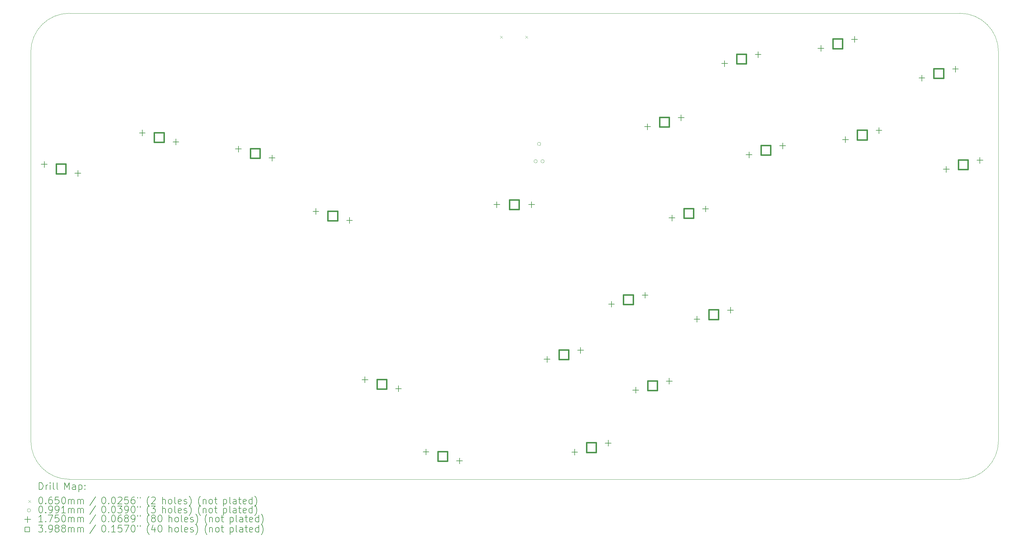
<source format=gbr>
%TF.GenerationSoftware,KiCad,Pcbnew,(7.0.0)*%
%TF.CreationDate,2023-03-15T12:29:32-07:00*%
%TF.ProjectId,OpenRectangle,4f70656e-5265-4637-9461-6e676c652e6b,rev?*%
%TF.SameCoordinates,Original*%
%TF.FileFunction,Drillmap*%
%TF.FilePolarity,Positive*%
%FSLAX45Y45*%
G04 Gerber Fmt 4.5, Leading zero omitted, Abs format (unit mm)*
G04 Created by KiCad (PCBNEW (7.0.0)) date 2023-03-15 12:29:32*
%MOMM*%
%LPD*%
G01*
G04 APERTURE LIST*
%ADD10C,0.100000*%
%ADD11C,0.200000*%
%ADD12C,0.065000*%
%ADD13C,0.099060*%
%ADD14C,0.175000*%
%ADD15C,0.398780*%
G04 APERTURE END LIST*
D10*
X6861000Y-16162000D02*
X32881000Y-16162000D01*
X32881000Y-2540000D02*
X6861000Y-2540000D01*
X6861000Y-2540000D02*
G75*
G03*
X5736000Y-3665000I0J-1125000D01*
G01*
X34006000Y-3665000D02*
G75*
G03*
X32881000Y-2540000I-1125000J0D01*
G01*
X5736000Y-3665000D02*
X5736000Y-15037000D01*
X34006000Y-3665000D02*
X34006000Y-15037000D01*
X5736000Y-15037000D02*
G75*
G03*
X6861000Y-16162000I1125000J0D01*
G01*
X32881000Y-16162000D02*
G75*
G03*
X34006000Y-15037000I0J1125000D01*
G01*
D11*
D12*
X19450350Y-3203500D02*
X19515350Y-3268500D01*
X19515350Y-3203500D02*
X19450350Y-3268500D01*
X20185350Y-3203500D02*
X20250350Y-3268500D01*
X20250350Y-3203500D02*
X20185350Y-3268500D01*
D13*
X20532930Y-6866000D02*
G75*
G03*
X20532930Y-6866000I-49530J0D01*
G01*
X20634530Y-6358000D02*
G75*
G03*
X20634530Y-6358000I-49530J0D01*
G01*
X20736130Y-6866000D02*
G75*
G03*
X20736130Y-6866000I-49530J0D01*
G01*
D14*
X6128907Y-6868232D02*
X6128907Y-7043232D01*
X6041407Y-6955732D02*
X6216407Y-6955732D01*
X6128907Y-6868232D02*
X6128907Y-7043232D01*
X6041407Y-6955732D02*
X6216407Y-6955732D01*
X7110288Y-7131192D02*
X7110288Y-7306192D01*
X7022788Y-7218692D02*
X7197788Y-7218692D01*
X7110288Y-7131192D02*
X7110288Y-7306192D01*
X7022788Y-7218692D02*
X7197788Y-7218692D01*
X8992721Y-5947778D02*
X8992721Y-6122778D01*
X8905221Y-6035278D02*
X9080221Y-6035278D01*
X8992721Y-5947778D02*
X8992721Y-6122778D01*
X8905221Y-6035278D02*
X9080221Y-6035278D01*
X9974101Y-6210738D02*
X9974101Y-6385738D01*
X9886601Y-6298238D02*
X10061601Y-6298238D01*
X9974101Y-6210738D02*
X9974101Y-6385738D01*
X9886601Y-6298238D02*
X10061601Y-6298238D01*
X11802254Y-6418374D02*
X11802254Y-6593374D01*
X11714754Y-6505874D02*
X11889754Y-6505874D01*
X11802254Y-6418374D02*
X11802254Y-6593374D01*
X11714754Y-6505874D02*
X11889754Y-6505874D01*
X12783634Y-6681334D02*
X12783634Y-6856334D01*
X12696134Y-6768834D02*
X12871134Y-6768834D01*
X12783634Y-6681334D02*
X12783634Y-6856334D01*
X12696134Y-6768834D02*
X12871134Y-6768834D01*
X14064463Y-8242326D02*
X14064463Y-8417326D01*
X13976963Y-8329826D02*
X14151963Y-8329826D01*
X14064463Y-8242326D02*
X14064463Y-8417326D01*
X13976963Y-8329826D02*
X14151963Y-8329826D01*
X15045844Y-8505286D02*
X15045844Y-8680286D01*
X14958344Y-8592786D02*
X15133344Y-8592786D01*
X15045844Y-8505286D02*
X15045844Y-8680286D01*
X14958344Y-8592786D02*
X15133344Y-8592786D01*
X15497079Y-13161381D02*
X15497079Y-13336381D01*
X15409579Y-13248881D02*
X15584579Y-13248881D01*
X15497079Y-13161381D02*
X15497079Y-13336381D01*
X15409579Y-13248881D02*
X15584579Y-13248881D01*
X16478460Y-13424342D02*
X16478460Y-13599342D01*
X16390960Y-13511842D02*
X16565960Y-13511842D01*
X16478460Y-13424342D02*
X16478460Y-13599342D01*
X16390960Y-13511842D02*
X16565960Y-13511842D01*
X17280440Y-15271758D02*
X17280440Y-15446758D01*
X17192940Y-15359258D02*
X17367940Y-15359258D01*
X17280440Y-15271758D02*
X17280440Y-15446758D01*
X17192940Y-15359258D02*
X17367940Y-15359258D01*
X18261821Y-15534719D02*
X18261821Y-15709719D01*
X18174321Y-15622219D02*
X18349321Y-15622219D01*
X18261821Y-15534719D02*
X18261821Y-15709719D01*
X18174321Y-15622219D02*
X18349321Y-15622219D01*
X19349850Y-8045187D02*
X19349850Y-8220187D01*
X19262350Y-8132687D02*
X19437350Y-8132687D01*
X19349850Y-8045187D02*
X19349850Y-8220187D01*
X19262350Y-8132687D02*
X19437350Y-8132687D01*
X20365850Y-8045187D02*
X20365850Y-8220187D01*
X20278350Y-8132687D02*
X20453350Y-8132687D01*
X20365850Y-8045187D02*
X20365850Y-8220187D01*
X20278350Y-8132687D02*
X20453350Y-8132687D01*
X20816928Y-12565324D02*
X20816928Y-12740324D01*
X20729428Y-12652824D02*
X20904428Y-12652824D01*
X20816928Y-12565324D02*
X20816928Y-12740324D01*
X20729428Y-12652824D02*
X20904428Y-12652824D01*
X21624055Y-15277564D02*
X21624055Y-15452564D01*
X21536555Y-15365064D02*
X21711555Y-15365064D01*
X21624055Y-15277564D02*
X21624055Y-15452564D01*
X21536555Y-15365064D02*
X21711555Y-15365064D01*
X21798309Y-12302364D02*
X21798309Y-12477364D01*
X21710809Y-12389864D02*
X21885809Y-12389864D01*
X21798309Y-12302364D02*
X21798309Y-12477364D01*
X21710809Y-12389864D02*
X21885809Y-12389864D01*
X22605436Y-15014603D02*
X22605436Y-15189603D01*
X22517936Y-15102103D02*
X22692936Y-15102103D01*
X22605436Y-15014603D02*
X22605436Y-15189603D01*
X22517936Y-15102103D02*
X22692936Y-15102103D01*
X22700166Y-10954876D02*
X22700166Y-11129876D01*
X22612666Y-11042376D02*
X22787666Y-11042376D01*
X22700166Y-10954876D02*
X22700166Y-11129876D01*
X22612666Y-11042376D02*
X22787666Y-11042376D01*
X23407293Y-13467116D02*
X23407293Y-13642116D01*
X23319793Y-13554616D02*
X23494793Y-13554616D01*
X23407293Y-13467116D02*
X23407293Y-13642116D01*
X23319793Y-13554616D02*
X23494793Y-13554616D01*
X23681547Y-10691916D02*
X23681547Y-10866916D01*
X23594047Y-10779416D02*
X23769047Y-10779416D01*
X23681547Y-10691916D02*
X23681547Y-10866916D01*
X23594047Y-10779416D02*
X23769047Y-10779416D01*
X23753033Y-5766493D02*
X23753033Y-5941493D01*
X23665533Y-5853993D02*
X23840533Y-5853993D01*
X23753033Y-5766493D02*
X23753033Y-5941493D01*
X23665533Y-5853993D02*
X23840533Y-5853993D01*
X24388674Y-13204156D02*
X24388674Y-13379156D01*
X24301174Y-13291656D02*
X24476174Y-13291656D01*
X24388674Y-13204156D02*
X24388674Y-13379156D01*
X24301174Y-13291656D02*
X24476174Y-13291656D01*
X24467606Y-8433317D02*
X24467606Y-8608317D01*
X24380106Y-8520817D02*
X24555106Y-8520817D01*
X24467606Y-8433317D02*
X24467606Y-8608317D01*
X24380106Y-8520817D02*
X24555106Y-8520817D01*
X24734413Y-5503533D02*
X24734413Y-5678533D01*
X24646913Y-5591033D02*
X24821913Y-5591033D01*
X24734413Y-5503533D02*
X24734413Y-5678533D01*
X24646913Y-5591033D02*
X24821913Y-5591033D01*
X25196822Y-11391735D02*
X25196822Y-11566735D01*
X25109322Y-11479235D02*
X25284322Y-11479235D01*
X25196822Y-11391735D02*
X25196822Y-11566735D01*
X25109322Y-11479235D02*
X25284322Y-11479235D01*
X25448987Y-8170357D02*
X25448987Y-8345357D01*
X25361487Y-8257857D02*
X25536487Y-8257857D01*
X25448987Y-8170357D02*
X25448987Y-8345357D01*
X25361487Y-8257857D02*
X25536487Y-8257857D01*
X26003996Y-3921432D02*
X26003996Y-4096432D01*
X25916496Y-4008932D02*
X26091496Y-4008932D01*
X26003996Y-3921432D02*
X26003996Y-4096432D01*
X25916496Y-4008932D02*
X26091496Y-4008932D01*
X26178203Y-11128775D02*
X26178203Y-11303775D01*
X26090703Y-11216275D02*
X26265703Y-11216275D01*
X26178203Y-11128775D02*
X26178203Y-11303775D01*
X26090703Y-11216275D02*
X26265703Y-11216275D01*
X26718595Y-6588353D02*
X26718595Y-6763353D01*
X26631095Y-6675853D02*
X26806095Y-6675853D01*
X26718595Y-6588353D02*
X26718595Y-6763353D01*
X26631095Y-6675853D02*
X26806095Y-6675853D01*
X26985376Y-3658472D02*
X26985376Y-3833472D01*
X26897876Y-3745972D02*
X27072876Y-3745972D01*
X26985376Y-3658472D02*
X26985376Y-3833472D01*
X26897876Y-3745972D02*
X27072876Y-3745972D01*
X27699976Y-6325393D02*
X27699976Y-6500393D01*
X27612476Y-6412893D02*
X27787476Y-6412893D01*
X27699976Y-6325393D02*
X27699976Y-6500393D01*
X27612476Y-6412893D02*
X27787476Y-6412893D01*
X28819877Y-3474913D02*
X28819877Y-3649913D01*
X28732377Y-3562413D02*
X28907377Y-3562413D01*
X28819877Y-3474913D02*
X28819877Y-3649913D01*
X28732377Y-3562413D02*
X28907377Y-3562413D01*
X29534476Y-6141835D02*
X29534476Y-6316835D01*
X29446976Y-6229335D02*
X29621976Y-6229335D01*
X29534476Y-6141835D02*
X29534476Y-6316835D01*
X29446976Y-6229335D02*
X29621976Y-6229335D01*
X29801258Y-3211953D02*
X29801258Y-3386953D01*
X29713758Y-3299453D02*
X29888758Y-3299453D01*
X29801258Y-3211953D02*
X29801258Y-3386953D01*
X29713758Y-3299453D02*
X29888758Y-3299453D01*
X30515857Y-5878874D02*
X30515857Y-6053874D01*
X30428357Y-5966374D02*
X30603357Y-5966374D01*
X30515857Y-5878874D02*
X30515857Y-6053874D01*
X30428357Y-5966374D02*
X30603357Y-5966374D01*
X31767866Y-4345171D02*
X31767866Y-4520171D01*
X31680366Y-4432671D02*
X31855366Y-4432671D01*
X31767866Y-4345171D02*
X31767866Y-4520171D01*
X31680366Y-4432671D02*
X31855366Y-4432671D01*
X32482466Y-7012092D02*
X32482466Y-7187092D01*
X32394966Y-7099592D02*
X32569966Y-7099592D01*
X32482466Y-7012092D02*
X32482466Y-7187092D01*
X32394966Y-7099592D02*
X32569966Y-7099592D01*
X32749247Y-4082211D02*
X32749247Y-4257211D01*
X32661747Y-4169711D02*
X32836747Y-4169711D01*
X32749247Y-4082211D02*
X32749247Y-4257211D01*
X32661747Y-4169711D02*
X32836747Y-4169711D01*
X33463846Y-6749132D02*
X33463846Y-6924132D01*
X33376346Y-6836632D02*
X33551346Y-6836632D01*
X33463846Y-6749132D02*
X33463846Y-6924132D01*
X33376346Y-6836632D02*
X33551346Y-6836632D01*
D15*
X6760589Y-7228204D02*
X6760589Y-6946221D01*
X6478606Y-6946221D01*
X6478606Y-7228204D01*
X6760589Y-7228204D01*
X6760589Y-7228204D02*
X6760589Y-6946221D01*
X6478606Y-6946221D01*
X6478606Y-7228204D01*
X6760589Y-7228204D01*
X9624402Y-6307749D02*
X9624402Y-6025766D01*
X9342420Y-6025766D01*
X9342420Y-6307749D01*
X9624402Y-6307749D01*
X9624402Y-6307749D02*
X9624402Y-6025766D01*
X9342420Y-6025766D01*
X9342420Y-6307749D01*
X9624402Y-6307749D01*
X12433936Y-6778345D02*
X12433936Y-6496362D01*
X12151953Y-6496362D01*
X12151953Y-6778345D01*
X12433936Y-6778345D01*
X12433936Y-6778345D02*
X12433936Y-6496362D01*
X12151953Y-6496362D01*
X12151953Y-6778345D01*
X12433936Y-6778345D01*
X14696145Y-8602298D02*
X14696145Y-8320315D01*
X14414162Y-8320315D01*
X14414162Y-8602298D01*
X14696145Y-8602298D01*
X14696145Y-8602298D02*
X14696145Y-8320315D01*
X14414162Y-8320315D01*
X14414162Y-8602298D01*
X14696145Y-8602298D01*
X16128761Y-13521353D02*
X16128761Y-13239370D01*
X15846778Y-13239370D01*
X15846778Y-13521353D01*
X16128761Y-13521353D01*
X16128761Y-13521353D02*
X16128761Y-13239370D01*
X15846778Y-13239370D01*
X15846778Y-13521353D01*
X16128761Y-13521353D01*
X17912122Y-15631730D02*
X17912122Y-15349747D01*
X17630139Y-15349747D01*
X17630139Y-15631730D01*
X17912122Y-15631730D01*
X17912122Y-15631730D02*
X17912122Y-15349747D01*
X17630139Y-15349747D01*
X17630139Y-15631730D01*
X17912122Y-15631730D01*
X19998841Y-8273678D02*
X19998841Y-7991695D01*
X19716859Y-7991695D01*
X19716859Y-8273678D01*
X19998841Y-8273678D01*
X19998841Y-8273678D02*
X19998841Y-7991695D01*
X19716859Y-7991695D01*
X19716859Y-8273678D01*
X19998841Y-8273678D01*
X21448610Y-12662335D02*
X21448610Y-12380352D01*
X21166627Y-12380352D01*
X21166627Y-12662335D01*
X21448610Y-12662335D01*
X21448610Y-12662335D02*
X21448610Y-12380352D01*
X21166627Y-12380352D01*
X21166627Y-12662335D01*
X21448610Y-12662335D01*
X22255737Y-15374575D02*
X22255737Y-15092592D01*
X21973754Y-15092592D01*
X21973754Y-15374575D01*
X22255737Y-15374575D01*
X22255737Y-15374575D02*
X22255737Y-15092592D01*
X21973754Y-15092592D01*
X21973754Y-15374575D01*
X22255737Y-15374575D01*
X23331848Y-11051887D02*
X23331848Y-10769905D01*
X23049865Y-10769905D01*
X23049865Y-11051887D01*
X23331848Y-11051887D01*
X23331848Y-11051887D02*
X23331848Y-10769905D01*
X23049865Y-10769905D01*
X23049865Y-11051887D01*
X23331848Y-11051887D01*
X24038975Y-13564127D02*
X24038975Y-13282144D01*
X23756992Y-13282144D01*
X23756992Y-13564127D01*
X24038975Y-13564127D01*
X24038975Y-13564127D02*
X24038975Y-13282144D01*
X23756992Y-13282144D01*
X23756992Y-13564127D01*
X24038975Y-13564127D01*
X24384715Y-5863504D02*
X24384715Y-5581521D01*
X24102732Y-5581521D01*
X24102732Y-5863504D01*
X24384715Y-5863504D01*
X24384715Y-5863504D02*
X24384715Y-5581521D01*
X24102732Y-5581521D01*
X24102732Y-5863504D01*
X24384715Y-5863504D01*
X25099288Y-8530329D02*
X25099288Y-8248346D01*
X24817305Y-8248346D01*
X24817305Y-8530329D01*
X25099288Y-8530329D01*
X25099288Y-8530329D02*
X25099288Y-8248346D01*
X24817305Y-8248346D01*
X24817305Y-8530329D01*
X25099288Y-8530329D01*
X25828504Y-11488746D02*
X25828504Y-11206763D01*
X25546521Y-11206763D01*
X25546521Y-11488746D01*
X25828504Y-11488746D01*
X25828504Y-11488746D02*
X25828504Y-11206763D01*
X25546521Y-11206763D01*
X25546521Y-11488746D01*
X25828504Y-11488746D01*
X26635677Y-4018443D02*
X26635677Y-3736460D01*
X26353694Y-3736460D01*
X26353694Y-4018443D01*
X26635677Y-4018443D01*
X26635677Y-4018443D02*
X26635677Y-3736460D01*
X26353694Y-3736460D01*
X26353694Y-4018443D01*
X26635677Y-4018443D01*
X27350277Y-6685364D02*
X27350277Y-6403381D01*
X27068294Y-6403381D01*
X27068294Y-6685364D01*
X27350277Y-6685364D01*
X27350277Y-6685364D02*
X27350277Y-6403381D01*
X27068294Y-6403381D01*
X27068294Y-6685364D01*
X27350277Y-6685364D01*
X29451559Y-3571925D02*
X29451559Y-3289942D01*
X29169576Y-3289942D01*
X29169576Y-3571925D01*
X29451559Y-3571925D01*
X29451559Y-3571925D02*
X29451559Y-3289942D01*
X29169576Y-3289942D01*
X29169576Y-3571925D01*
X29451559Y-3571925D01*
X30166158Y-6238846D02*
X30166158Y-5956863D01*
X29884175Y-5956863D01*
X29884175Y-6238846D01*
X30166158Y-6238846D01*
X30166158Y-6238846D02*
X30166158Y-5956863D01*
X29884175Y-5956863D01*
X29884175Y-6238846D01*
X30166158Y-6238846D01*
X32399548Y-4442182D02*
X32399548Y-4160199D01*
X32117565Y-4160199D01*
X32117565Y-4442182D01*
X32399548Y-4442182D01*
X32399548Y-4442182D02*
X32399548Y-4160199D01*
X32117565Y-4160199D01*
X32117565Y-4442182D01*
X32399548Y-4442182D01*
X33114148Y-7109103D02*
X33114148Y-6827120D01*
X32832165Y-6827120D01*
X32832165Y-7109103D01*
X33114148Y-7109103D01*
X33114148Y-7109103D02*
X33114148Y-6827120D01*
X32832165Y-6827120D01*
X32832165Y-7109103D01*
X33114148Y-7109103D01*
D11*
X5978619Y-16460476D02*
X5978619Y-16260476D01*
X5978619Y-16260476D02*
X6026238Y-16260476D01*
X6026238Y-16260476D02*
X6054809Y-16270000D01*
X6054809Y-16270000D02*
X6073857Y-16289048D01*
X6073857Y-16289048D02*
X6083381Y-16308095D01*
X6083381Y-16308095D02*
X6092905Y-16346190D01*
X6092905Y-16346190D02*
X6092905Y-16374762D01*
X6092905Y-16374762D02*
X6083381Y-16412857D01*
X6083381Y-16412857D02*
X6073857Y-16431905D01*
X6073857Y-16431905D02*
X6054809Y-16450952D01*
X6054809Y-16450952D02*
X6026238Y-16460476D01*
X6026238Y-16460476D02*
X5978619Y-16460476D01*
X6178619Y-16460476D02*
X6178619Y-16327143D01*
X6178619Y-16365238D02*
X6188143Y-16346190D01*
X6188143Y-16346190D02*
X6197667Y-16336667D01*
X6197667Y-16336667D02*
X6216714Y-16327143D01*
X6216714Y-16327143D02*
X6235762Y-16327143D01*
X6302428Y-16460476D02*
X6302428Y-16327143D01*
X6302428Y-16260476D02*
X6292905Y-16270000D01*
X6292905Y-16270000D02*
X6302428Y-16279524D01*
X6302428Y-16279524D02*
X6311952Y-16270000D01*
X6311952Y-16270000D02*
X6302428Y-16260476D01*
X6302428Y-16260476D02*
X6302428Y-16279524D01*
X6426238Y-16460476D02*
X6407190Y-16450952D01*
X6407190Y-16450952D02*
X6397667Y-16431905D01*
X6397667Y-16431905D02*
X6397667Y-16260476D01*
X6531000Y-16460476D02*
X6511952Y-16450952D01*
X6511952Y-16450952D02*
X6502428Y-16431905D01*
X6502428Y-16431905D02*
X6502428Y-16260476D01*
X6727190Y-16460476D02*
X6727190Y-16260476D01*
X6727190Y-16260476D02*
X6793857Y-16403333D01*
X6793857Y-16403333D02*
X6860524Y-16260476D01*
X6860524Y-16260476D02*
X6860524Y-16460476D01*
X7041476Y-16460476D02*
X7041476Y-16355714D01*
X7041476Y-16355714D02*
X7031952Y-16336667D01*
X7031952Y-16336667D02*
X7012905Y-16327143D01*
X7012905Y-16327143D02*
X6974809Y-16327143D01*
X6974809Y-16327143D02*
X6955762Y-16336667D01*
X7041476Y-16450952D02*
X7022428Y-16460476D01*
X7022428Y-16460476D02*
X6974809Y-16460476D01*
X6974809Y-16460476D02*
X6955762Y-16450952D01*
X6955762Y-16450952D02*
X6946238Y-16431905D01*
X6946238Y-16431905D02*
X6946238Y-16412857D01*
X6946238Y-16412857D02*
X6955762Y-16393809D01*
X6955762Y-16393809D02*
X6974809Y-16384286D01*
X6974809Y-16384286D02*
X7022428Y-16384286D01*
X7022428Y-16384286D02*
X7041476Y-16374762D01*
X7136714Y-16327143D02*
X7136714Y-16527143D01*
X7136714Y-16336667D02*
X7155762Y-16327143D01*
X7155762Y-16327143D02*
X7193857Y-16327143D01*
X7193857Y-16327143D02*
X7212905Y-16336667D01*
X7212905Y-16336667D02*
X7222428Y-16346190D01*
X7222428Y-16346190D02*
X7231952Y-16365238D01*
X7231952Y-16365238D02*
X7231952Y-16422381D01*
X7231952Y-16422381D02*
X7222428Y-16441428D01*
X7222428Y-16441428D02*
X7212905Y-16450952D01*
X7212905Y-16450952D02*
X7193857Y-16460476D01*
X7193857Y-16460476D02*
X7155762Y-16460476D01*
X7155762Y-16460476D02*
X7136714Y-16450952D01*
X7317667Y-16441428D02*
X7327190Y-16450952D01*
X7327190Y-16450952D02*
X7317667Y-16460476D01*
X7317667Y-16460476D02*
X7308143Y-16450952D01*
X7308143Y-16450952D02*
X7317667Y-16441428D01*
X7317667Y-16441428D02*
X7317667Y-16460476D01*
X7317667Y-16336667D02*
X7327190Y-16346190D01*
X7327190Y-16346190D02*
X7317667Y-16355714D01*
X7317667Y-16355714D02*
X7308143Y-16346190D01*
X7308143Y-16346190D02*
X7317667Y-16336667D01*
X7317667Y-16336667D02*
X7317667Y-16355714D01*
D12*
X5666000Y-16774500D02*
X5731000Y-16839500D01*
X5731000Y-16774500D02*
X5666000Y-16839500D01*
D11*
X6016714Y-16680476D02*
X6035762Y-16680476D01*
X6035762Y-16680476D02*
X6054809Y-16690000D01*
X6054809Y-16690000D02*
X6064333Y-16699524D01*
X6064333Y-16699524D02*
X6073857Y-16718571D01*
X6073857Y-16718571D02*
X6083381Y-16756667D01*
X6083381Y-16756667D02*
X6083381Y-16804286D01*
X6083381Y-16804286D02*
X6073857Y-16842381D01*
X6073857Y-16842381D02*
X6064333Y-16861429D01*
X6064333Y-16861429D02*
X6054809Y-16870952D01*
X6054809Y-16870952D02*
X6035762Y-16880476D01*
X6035762Y-16880476D02*
X6016714Y-16880476D01*
X6016714Y-16880476D02*
X5997667Y-16870952D01*
X5997667Y-16870952D02*
X5988143Y-16861429D01*
X5988143Y-16861429D02*
X5978619Y-16842381D01*
X5978619Y-16842381D02*
X5969095Y-16804286D01*
X5969095Y-16804286D02*
X5969095Y-16756667D01*
X5969095Y-16756667D02*
X5978619Y-16718571D01*
X5978619Y-16718571D02*
X5988143Y-16699524D01*
X5988143Y-16699524D02*
X5997667Y-16690000D01*
X5997667Y-16690000D02*
X6016714Y-16680476D01*
X6169095Y-16861429D02*
X6178619Y-16870952D01*
X6178619Y-16870952D02*
X6169095Y-16880476D01*
X6169095Y-16880476D02*
X6159571Y-16870952D01*
X6159571Y-16870952D02*
X6169095Y-16861429D01*
X6169095Y-16861429D02*
X6169095Y-16880476D01*
X6350048Y-16680476D02*
X6311952Y-16680476D01*
X6311952Y-16680476D02*
X6292905Y-16690000D01*
X6292905Y-16690000D02*
X6283381Y-16699524D01*
X6283381Y-16699524D02*
X6264333Y-16728095D01*
X6264333Y-16728095D02*
X6254809Y-16766190D01*
X6254809Y-16766190D02*
X6254809Y-16842381D01*
X6254809Y-16842381D02*
X6264333Y-16861429D01*
X6264333Y-16861429D02*
X6273857Y-16870952D01*
X6273857Y-16870952D02*
X6292905Y-16880476D01*
X6292905Y-16880476D02*
X6331000Y-16880476D01*
X6331000Y-16880476D02*
X6350048Y-16870952D01*
X6350048Y-16870952D02*
X6359571Y-16861429D01*
X6359571Y-16861429D02*
X6369095Y-16842381D01*
X6369095Y-16842381D02*
X6369095Y-16794762D01*
X6369095Y-16794762D02*
X6359571Y-16775714D01*
X6359571Y-16775714D02*
X6350048Y-16766190D01*
X6350048Y-16766190D02*
X6331000Y-16756667D01*
X6331000Y-16756667D02*
X6292905Y-16756667D01*
X6292905Y-16756667D02*
X6273857Y-16766190D01*
X6273857Y-16766190D02*
X6264333Y-16775714D01*
X6264333Y-16775714D02*
X6254809Y-16794762D01*
X6550048Y-16680476D02*
X6454809Y-16680476D01*
X6454809Y-16680476D02*
X6445286Y-16775714D01*
X6445286Y-16775714D02*
X6454809Y-16766190D01*
X6454809Y-16766190D02*
X6473857Y-16756667D01*
X6473857Y-16756667D02*
X6521476Y-16756667D01*
X6521476Y-16756667D02*
X6540524Y-16766190D01*
X6540524Y-16766190D02*
X6550048Y-16775714D01*
X6550048Y-16775714D02*
X6559571Y-16794762D01*
X6559571Y-16794762D02*
X6559571Y-16842381D01*
X6559571Y-16842381D02*
X6550048Y-16861429D01*
X6550048Y-16861429D02*
X6540524Y-16870952D01*
X6540524Y-16870952D02*
X6521476Y-16880476D01*
X6521476Y-16880476D02*
X6473857Y-16880476D01*
X6473857Y-16880476D02*
X6454809Y-16870952D01*
X6454809Y-16870952D02*
X6445286Y-16861429D01*
X6683381Y-16680476D02*
X6702429Y-16680476D01*
X6702429Y-16680476D02*
X6721476Y-16690000D01*
X6721476Y-16690000D02*
X6731000Y-16699524D01*
X6731000Y-16699524D02*
X6740524Y-16718571D01*
X6740524Y-16718571D02*
X6750048Y-16756667D01*
X6750048Y-16756667D02*
X6750048Y-16804286D01*
X6750048Y-16804286D02*
X6740524Y-16842381D01*
X6740524Y-16842381D02*
X6731000Y-16861429D01*
X6731000Y-16861429D02*
X6721476Y-16870952D01*
X6721476Y-16870952D02*
X6702429Y-16880476D01*
X6702429Y-16880476D02*
X6683381Y-16880476D01*
X6683381Y-16880476D02*
X6664333Y-16870952D01*
X6664333Y-16870952D02*
X6654809Y-16861429D01*
X6654809Y-16861429D02*
X6645286Y-16842381D01*
X6645286Y-16842381D02*
X6635762Y-16804286D01*
X6635762Y-16804286D02*
X6635762Y-16756667D01*
X6635762Y-16756667D02*
X6645286Y-16718571D01*
X6645286Y-16718571D02*
X6654809Y-16699524D01*
X6654809Y-16699524D02*
X6664333Y-16690000D01*
X6664333Y-16690000D02*
X6683381Y-16680476D01*
X6835762Y-16880476D02*
X6835762Y-16747143D01*
X6835762Y-16766190D02*
X6845286Y-16756667D01*
X6845286Y-16756667D02*
X6864333Y-16747143D01*
X6864333Y-16747143D02*
X6892905Y-16747143D01*
X6892905Y-16747143D02*
X6911952Y-16756667D01*
X6911952Y-16756667D02*
X6921476Y-16775714D01*
X6921476Y-16775714D02*
X6921476Y-16880476D01*
X6921476Y-16775714D02*
X6931000Y-16756667D01*
X6931000Y-16756667D02*
X6950048Y-16747143D01*
X6950048Y-16747143D02*
X6978619Y-16747143D01*
X6978619Y-16747143D02*
X6997667Y-16756667D01*
X6997667Y-16756667D02*
X7007190Y-16775714D01*
X7007190Y-16775714D02*
X7007190Y-16880476D01*
X7102429Y-16880476D02*
X7102429Y-16747143D01*
X7102429Y-16766190D02*
X7111952Y-16756667D01*
X7111952Y-16756667D02*
X7131000Y-16747143D01*
X7131000Y-16747143D02*
X7159571Y-16747143D01*
X7159571Y-16747143D02*
X7178619Y-16756667D01*
X7178619Y-16756667D02*
X7188143Y-16775714D01*
X7188143Y-16775714D02*
X7188143Y-16880476D01*
X7188143Y-16775714D02*
X7197667Y-16756667D01*
X7197667Y-16756667D02*
X7216714Y-16747143D01*
X7216714Y-16747143D02*
X7245286Y-16747143D01*
X7245286Y-16747143D02*
X7264333Y-16756667D01*
X7264333Y-16756667D02*
X7273857Y-16775714D01*
X7273857Y-16775714D02*
X7273857Y-16880476D01*
X7631952Y-16670952D02*
X7460524Y-16928095D01*
X7856714Y-16680476D02*
X7875762Y-16680476D01*
X7875762Y-16680476D02*
X7894810Y-16690000D01*
X7894810Y-16690000D02*
X7904333Y-16699524D01*
X7904333Y-16699524D02*
X7913857Y-16718571D01*
X7913857Y-16718571D02*
X7923381Y-16756667D01*
X7923381Y-16756667D02*
X7923381Y-16804286D01*
X7923381Y-16804286D02*
X7913857Y-16842381D01*
X7913857Y-16842381D02*
X7904333Y-16861429D01*
X7904333Y-16861429D02*
X7894810Y-16870952D01*
X7894810Y-16870952D02*
X7875762Y-16880476D01*
X7875762Y-16880476D02*
X7856714Y-16880476D01*
X7856714Y-16880476D02*
X7837667Y-16870952D01*
X7837667Y-16870952D02*
X7828143Y-16861429D01*
X7828143Y-16861429D02*
X7818619Y-16842381D01*
X7818619Y-16842381D02*
X7809095Y-16804286D01*
X7809095Y-16804286D02*
X7809095Y-16756667D01*
X7809095Y-16756667D02*
X7818619Y-16718571D01*
X7818619Y-16718571D02*
X7828143Y-16699524D01*
X7828143Y-16699524D02*
X7837667Y-16690000D01*
X7837667Y-16690000D02*
X7856714Y-16680476D01*
X8009095Y-16861429D02*
X8018619Y-16870952D01*
X8018619Y-16870952D02*
X8009095Y-16880476D01*
X8009095Y-16880476D02*
X7999571Y-16870952D01*
X7999571Y-16870952D02*
X8009095Y-16861429D01*
X8009095Y-16861429D02*
X8009095Y-16880476D01*
X8142429Y-16680476D02*
X8161476Y-16680476D01*
X8161476Y-16680476D02*
X8180524Y-16690000D01*
X8180524Y-16690000D02*
X8190048Y-16699524D01*
X8190048Y-16699524D02*
X8199571Y-16718571D01*
X8199571Y-16718571D02*
X8209095Y-16756667D01*
X8209095Y-16756667D02*
X8209095Y-16804286D01*
X8209095Y-16804286D02*
X8199571Y-16842381D01*
X8199571Y-16842381D02*
X8190048Y-16861429D01*
X8190048Y-16861429D02*
X8180524Y-16870952D01*
X8180524Y-16870952D02*
X8161476Y-16880476D01*
X8161476Y-16880476D02*
X8142429Y-16880476D01*
X8142429Y-16880476D02*
X8123381Y-16870952D01*
X8123381Y-16870952D02*
X8113857Y-16861429D01*
X8113857Y-16861429D02*
X8104333Y-16842381D01*
X8104333Y-16842381D02*
X8094810Y-16804286D01*
X8094810Y-16804286D02*
X8094810Y-16756667D01*
X8094810Y-16756667D02*
X8104333Y-16718571D01*
X8104333Y-16718571D02*
X8113857Y-16699524D01*
X8113857Y-16699524D02*
X8123381Y-16690000D01*
X8123381Y-16690000D02*
X8142429Y-16680476D01*
X8285286Y-16699524D02*
X8294810Y-16690000D01*
X8294810Y-16690000D02*
X8313857Y-16680476D01*
X8313857Y-16680476D02*
X8361476Y-16680476D01*
X8361476Y-16680476D02*
X8380524Y-16690000D01*
X8380524Y-16690000D02*
X8390048Y-16699524D01*
X8390048Y-16699524D02*
X8399572Y-16718571D01*
X8399572Y-16718571D02*
X8399572Y-16737619D01*
X8399572Y-16737619D02*
X8390048Y-16766190D01*
X8390048Y-16766190D02*
X8275762Y-16880476D01*
X8275762Y-16880476D02*
X8399572Y-16880476D01*
X8580524Y-16680476D02*
X8485286Y-16680476D01*
X8485286Y-16680476D02*
X8475762Y-16775714D01*
X8475762Y-16775714D02*
X8485286Y-16766190D01*
X8485286Y-16766190D02*
X8504333Y-16756667D01*
X8504333Y-16756667D02*
X8551953Y-16756667D01*
X8551953Y-16756667D02*
X8571000Y-16766190D01*
X8571000Y-16766190D02*
X8580524Y-16775714D01*
X8580524Y-16775714D02*
X8590048Y-16794762D01*
X8590048Y-16794762D02*
X8590048Y-16842381D01*
X8590048Y-16842381D02*
X8580524Y-16861429D01*
X8580524Y-16861429D02*
X8571000Y-16870952D01*
X8571000Y-16870952D02*
X8551953Y-16880476D01*
X8551953Y-16880476D02*
X8504333Y-16880476D01*
X8504333Y-16880476D02*
X8485286Y-16870952D01*
X8485286Y-16870952D02*
X8475762Y-16861429D01*
X8761476Y-16680476D02*
X8723381Y-16680476D01*
X8723381Y-16680476D02*
X8704333Y-16690000D01*
X8704333Y-16690000D02*
X8694810Y-16699524D01*
X8694810Y-16699524D02*
X8675762Y-16728095D01*
X8675762Y-16728095D02*
X8666238Y-16766190D01*
X8666238Y-16766190D02*
X8666238Y-16842381D01*
X8666238Y-16842381D02*
X8675762Y-16861429D01*
X8675762Y-16861429D02*
X8685286Y-16870952D01*
X8685286Y-16870952D02*
X8704333Y-16880476D01*
X8704333Y-16880476D02*
X8742429Y-16880476D01*
X8742429Y-16880476D02*
X8761476Y-16870952D01*
X8761476Y-16870952D02*
X8771000Y-16861429D01*
X8771000Y-16861429D02*
X8780524Y-16842381D01*
X8780524Y-16842381D02*
X8780524Y-16794762D01*
X8780524Y-16794762D02*
X8771000Y-16775714D01*
X8771000Y-16775714D02*
X8761476Y-16766190D01*
X8761476Y-16766190D02*
X8742429Y-16756667D01*
X8742429Y-16756667D02*
X8704333Y-16756667D01*
X8704333Y-16756667D02*
X8685286Y-16766190D01*
X8685286Y-16766190D02*
X8675762Y-16775714D01*
X8675762Y-16775714D02*
X8666238Y-16794762D01*
X8856714Y-16680476D02*
X8856714Y-16718571D01*
X8932905Y-16680476D02*
X8932905Y-16718571D01*
X9195762Y-16956667D02*
X9186238Y-16947143D01*
X9186238Y-16947143D02*
X9167191Y-16918571D01*
X9167191Y-16918571D02*
X9157667Y-16899524D01*
X9157667Y-16899524D02*
X9148143Y-16870952D01*
X9148143Y-16870952D02*
X9138619Y-16823333D01*
X9138619Y-16823333D02*
X9138619Y-16785238D01*
X9138619Y-16785238D02*
X9148143Y-16737619D01*
X9148143Y-16737619D02*
X9157667Y-16709048D01*
X9157667Y-16709048D02*
X9167191Y-16690000D01*
X9167191Y-16690000D02*
X9186238Y-16661428D01*
X9186238Y-16661428D02*
X9195762Y-16651905D01*
X9262429Y-16699524D02*
X9271953Y-16690000D01*
X9271953Y-16690000D02*
X9291000Y-16680476D01*
X9291000Y-16680476D02*
X9338619Y-16680476D01*
X9338619Y-16680476D02*
X9357667Y-16690000D01*
X9357667Y-16690000D02*
X9367191Y-16699524D01*
X9367191Y-16699524D02*
X9376714Y-16718571D01*
X9376714Y-16718571D02*
X9376714Y-16737619D01*
X9376714Y-16737619D02*
X9367191Y-16766190D01*
X9367191Y-16766190D02*
X9252905Y-16880476D01*
X9252905Y-16880476D02*
X9376714Y-16880476D01*
X9582429Y-16880476D02*
X9582429Y-16680476D01*
X9668143Y-16880476D02*
X9668143Y-16775714D01*
X9668143Y-16775714D02*
X9658619Y-16756667D01*
X9658619Y-16756667D02*
X9639572Y-16747143D01*
X9639572Y-16747143D02*
X9611000Y-16747143D01*
X9611000Y-16747143D02*
X9591953Y-16756667D01*
X9591953Y-16756667D02*
X9582429Y-16766190D01*
X9791953Y-16880476D02*
X9772905Y-16870952D01*
X9772905Y-16870952D02*
X9763381Y-16861429D01*
X9763381Y-16861429D02*
X9753857Y-16842381D01*
X9753857Y-16842381D02*
X9753857Y-16785238D01*
X9753857Y-16785238D02*
X9763381Y-16766190D01*
X9763381Y-16766190D02*
X9772905Y-16756667D01*
X9772905Y-16756667D02*
X9791953Y-16747143D01*
X9791953Y-16747143D02*
X9820524Y-16747143D01*
X9820524Y-16747143D02*
X9839572Y-16756667D01*
X9839572Y-16756667D02*
X9849095Y-16766190D01*
X9849095Y-16766190D02*
X9858619Y-16785238D01*
X9858619Y-16785238D02*
X9858619Y-16842381D01*
X9858619Y-16842381D02*
X9849095Y-16861429D01*
X9849095Y-16861429D02*
X9839572Y-16870952D01*
X9839572Y-16870952D02*
X9820524Y-16880476D01*
X9820524Y-16880476D02*
X9791953Y-16880476D01*
X9972905Y-16880476D02*
X9953857Y-16870952D01*
X9953857Y-16870952D02*
X9944334Y-16851905D01*
X9944334Y-16851905D02*
X9944334Y-16680476D01*
X10125286Y-16870952D02*
X10106238Y-16880476D01*
X10106238Y-16880476D02*
X10068143Y-16880476D01*
X10068143Y-16880476D02*
X10049095Y-16870952D01*
X10049095Y-16870952D02*
X10039572Y-16851905D01*
X10039572Y-16851905D02*
X10039572Y-16775714D01*
X10039572Y-16775714D02*
X10049095Y-16756667D01*
X10049095Y-16756667D02*
X10068143Y-16747143D01*
X10068143Y-16747143D02*
X10106238Y-16747143D01*
X10106238Y-16747143D02*
X10125286Y-16756667D01*
X10125286Y-16756667D02*
X10134810Y-16775714D01*
X10134810Y-16775714D02*
X10134810Y-16794762D01*
X10134810Y-16794762D02*
X10039572Y-16813810D01*
X10211000Y-16870952D02*
X10230048Y-16880476D01*
X10230048Y-16880476D02*
X10268143Y-16880476D01*
X10268143Y-16880476D02*
X10287191Y-16870952D01*
X10287191Y-16870952D02*
X10296715Y-16851905D01*
X10296715Y-16851905D02*
X10296715Y-16842381D01*
X10296715Y-16842381D02*
X10287191Y-16823333D01*
X10287191Y-16823333D02*
X10268143Y-16813810D01*
X10268143Y-16813810D02*
X10239572Y-16813810D01*
X10239572Y-16813810D02*
X10220524Y-16804286D01*
X10220524Y-16804286D02*
X10211000Y-16785238D01*
X10211000Y-16785238D02*
X10211000Y-16775714D01*
X10211000Y-16775714D02*
X10220524Y-16756667D01*
X10220524Y-16756667D02*
X10239572Y-16747143D01*
X10239572Y-16747143D02*
X10268143Y-16747143D01*
X10268143Y-16747143D02*
X10287191Y-16756667D01*
X10363381Y-16956667D02*
X10372905Y-16947143D01*
X10372905Y-16947143D02*
X10391953Y-16918571D01*
X10391953Y-16918571D02*
X10401476Y-16899524D01*
X10401476Y-16899524D02*
X10411000Y-16870952D01*
X10411000Y-16870952D02*
X10420524Y-16823333D01*
X10420524Y-16823333D02*
X10420524Y-16785238D01*
X10420524Y-16785238D02*
X10411000Y-16737619D01*
X10411000Y-16737619D02*
X10401476Y-16709048D01*
X10401476Y-16709048D02*
X10391953Y-16690000D01*
X10391953Y-16690000D02*
X10372905Y-16661428D01*
X10372905Y-16661428D02*
X10363381Y-16651905D01*
X10692905Y-16956667D02*
X10683381Y-16947143D01*
X10683381Y-16947143D02*
X10664334Y-16918571D01*
X10664334Y-16918571D02*
X10654810Y-16899524D01*
X10654810Y-16899524D02*
X10645286Y-16870952D01*
X10645286Y-16870952D02*
X10635762Y-16823333D01*
X10635762Y-16823333D02*
X10635762Y-16785238D01*
X10635762Y-16785238D02*
X10645286Y-16737619D01*
X10645286Y-16737619D02*
X10654810Y-16709048D01*
X10654810Y-16709048D02*
X10664334Y-16690000D01*
X10664334Y-16690000D02*
X10683381Y-16661428D01*
X10683381Y-16661428D02*
X10692905Y-16651905D01*
X10769095Y-16747143D02*
X10769095Y-16880476D01*
X10769095Y-16766190D02*
X10778619Y-16756667D01*
X10778619Y-16756667D02*
X10797667Y-16747143D01*
X10797667Y-16747143D02*
X10826238Y-16747143D01*
X10826238Y-16747143D02*
X10845286Y-16756667D01*
X10845286Y-16756667D02*
X10854810Y-16775714D01*
X10854810Y-16775714D02*
X10854810Y-16880476D01*
X10978619Y-16880476D02*
X10959572Y-16870952D01*
X10959572Y-16870952D02*
X10950048Y-16861429D01*
X10950048Y-16861429D02*
X10940524Y-16842381D01*
X10940524Y-16842381D02*
X10940524Y-16785238D01*
X10940524Y-16785238D02*
X10950048Y-16766190D01*
X10950048Y-16766190D02*
X10959572Y-16756667D01*
X10959572Y-16756667D02*
X10978619Y-16747143D01*
X10978619Y-16747143D02*
X11007191Y-16747143D01*
X11007191Y-16747143D02*
X11026238Y-16756667D01*
X11026238Y-16756667D02*
X11035762Y-16766190D01*
X11035762Y-16766190D02*
X11045286Y-16785238D01*
X11045286Y-16785238D02*
X11045286Y-16842381D01*
X11045286Y-16842381D02*
X11035762Y-16861429D01*
X11035762Y-16861429D02*
X11026238Y-16870952D01*
X11026238Y-16870952D02*
X11007191Y-16880476D01*
X11007191Y-16880476D02*
X10978619Y-16880476D01*
X11102429Y-16747143D02*
X11178619Y-16747143D01*
X11131000Y-16680476D02*
X11131000Y-16851905D01*
X11131000Y-16851905D02*
X11140524Y-16870952D01*
X11140524Y-16870952D02*
X11159572Y-16880476D01*
X11159572Y-16880476D02*
X11178619Y-16880476D01*
X11365286Y-16747143D02*
X11365286Y-16947143D01*
X11365286Y-16756667D02*
X11384333Y-16747143D01*
X11384333Y-16747143D02*
X11422429Y-16747143D01*
X11422429Y-16747143D02*
X11441476Y-16756667D01*
X11441476Y-16756667D02*
X11451000Y-16766190D01*
X11451000Y-16766190D02*
X11460524Y-16785238D01*
X11460524Y-16785238D02*
X11460524Y-16842381D01*
X11460524Y-16842381D02*
X11451000Y-16861429D01*
X11451000Y-16861429D02*
X11441476Y-16870952D01*
X11441476Y-16870952D02*
X11422429Y-16880476D01*
X11422429Y-16880476D02*
X11384333Y-16880476D01*
X11384333Y-16880476D02*
X11365286Y-16870952D01*
X11574810Y-16880476D02*
X11555762Y-16870952D01*
X11555762Y-16870952D02*
X11546238Y-16851905D01*
X11546238Y-16851905D02*
X11546238Y-16680476D01*
X11736714Y-16880476D02*
X11736714Y-16775714D01*
X11736714Y-16775714D02*
X11727191Y-16756667D01*
X11727191Y-16756667D02*
X11708143Y-16747143D01*
X11708143Y-16747143D02*
X11670048Y-16747143D01*
X11670048Y-16747143D02*
X11651000Y-16756667D01*
X11736714Y-16870952D02*
X11717667Y-16880476D01*
X11717667Y-16880476D02*
X11670048Y-16880476D01*
X11670048Y-16880476D02*
X11651000Y-16870952D01*
X11651000Y-16870952D02*
X11641476Y-16851905D01*
X11641476Y-16851905D02*
X11641476Y-16832857D01*
X11641476Y-16832857D02*
X11651000Y-16813810D01*
X11651000Y-16813810D02*
X11670048Y-16804286D01*
X11670048Y-16804286D02*
X11717667Y-16804286D01*
X11717667Y-16804286D02*
X11736714Y-16794762D01*
X11803381Y-16747143D02*
X11879572Y-16747143D01*
X11831953Y-16680476D02*
X11831953Y-16851905D01*
X11831953Y-16851905D02*
X11841476Y-16870952D01*
X11841476Y-16870952D02*
X11860524Y-16880476D01*
X11860524Y-16880476D02*
X11879572Y-16880476D01*
X12022429Y-16870952D02*
X12003381Y-16880476D01*
X12003381Y-16880476D02*
X11965286Y-16880476D01*
X11965286Y-16880476D02*
X11946238Y-16870952D01*
X11946238Y-16870952D02*
X11936714Y-16851905D01*
X11936714Y-16851905D02*
X11936714Y-16775714D01*
X11936714Y-16775714D02*
X11946238Y-16756667D01*
X11946238Y-16756667D02*
X11965286Y-16747143D01*
X11965286Y-16747143D02*
X12003381Y-16747143D01*
X12003381Y-16747143D02*
X12022429Y-16756667D01*
X12022429Y-16756667D02*
X12031953Y-16775714D01*
X12031953Y-16775714D02*
X12031953Y-16794762D01*
X12031953Y-16794762D02*
X11936714Y-16813810D01*
X12203381Y-16880476D02*
X12203381Y-16680476D01*
X12203381Y-16870952D02*
X12184334Y-16880476D01*
X12184334Y-16880476D02*
X12146238Y-16880476D01*
X12146238Y-16880476D02*
X12127191Y-16870952D01*
X12127191Y-16870952D02*
X12117667Y-16861429D01*
X12117667Y-16861429D02*
X12108143Y-16842381D01*
X12108143Y-16842381D02*
X12108143Y-16785238D01*
X12108143Y-16785238D02*
X12117667Y-16766190D01*
X12117667Y-16766190D02*
X12127191Y-16756667D01*
X12127191Y-16756667D02*
X12146238Y-16747143D01*
X12146238Y-16747143D02*
X12184334Y-16747143D01*
X12184334Y-16747143D02*
X12203381Y-16756667D01*
X12279572Y-16956667D02*
X12289095Y-16947143D01*
X12289095Y-16947143D02*
X12308143Y-16918571D01*
X12308143Y-16918571D02*
X12317667Y-16899524D01*
X12317667Y-16899524D02*
X12327191Y-16870952D01*
X12327191Y-16870952D02*
X12336714Y-16823333D01*
X12336714Y-16823333D02*
X12336714Y-16785238D01*
X12336714Y-16785238D02*
X12327191Y-16737619D01*
X12327191Y-16737619D02*
X12317667Y-16709048D01*
X12317667Y-16709048D02*
X12308143Y-16690000D01*
X12308143Y-16690000D02*
X12289095Y-16661428D01*
X12289095Y-16661428D02*
X12279572Y-16651905D01*
D13*
X5731000Y-17071000D02*
G75*
G03*
X5731000Y-17071000I-49530J0D01*
G01*
D11*
X6016714Y-16944476D02*
X6035762Y-16944476D01*
X6035762Y-16944476D02*
X6054809Y-16954000D01*
X6054809Y-16954000D02*
X6064333Y-16963524D01*
X6064333Y-16963524D02*
X6073857Y-16982571D01*
X6073857Y-16982571D02*
X6083381Y-17020667D01*
X6083381Y-17020667D02*
X6083381Y-17068286D01*
X6083381Y-17068286D02*
X6073857Y-17106381D01*
X6073857Y-17106381D02*
X6064333Y-17125429D01*
X6064333Y-17125429D02*
X6054809Y-17134952D01*
X6054809Y-17134952D02*
X6035762Y-17144476D01*
X6035762Y-17144476D02*
X6016714Y-17144476D01*
X6016714Y-17144476D02*
X5997667Y-17134952D01*
X5997667Y-17134952D02*
X5988143Y-17125429D01*
X5988143Y-17125429D02*
X5978619Y-17106381D01*
X5978619Y-17106381D02*
X5969095Y-17068286D01*
X5969095Y-17068286D02*
X5969095Y-17020667D01*
X5969095Y-17020667D02*
X5978619Y-16982571D01*
X5978619Y-16982571D02*
X5988143Y-16963524D01*
X5988143Y-16963524D02*
X5997667Y-16954000D01*
X5997667Y-16954000D02*
X6016714Y-16944476D01*
X6169095Y-17125429D02*
X6178619Y-17134952D01*
X6178619Y-17134952D02*
X6169095Y-17144476D01*
X6169095Y-17144476D02*
X6159571Y-17134952D01*
X6159571Y-17134952D02*
X6169095Y-17125429D01*
X6169095Y-17125429D02*
X6169095Y-17144476D01*
X6273857Y-17144476D02*
X6311952Y-17144476D01*
X6311952Y-17144476D02*
X6331000Y-17134952D01*
X6331000Y-17134952D02*
X6340524Y-17125429D01*
X6340524Y-17125429D02*
X6359571Y-17096857D01*
X6359571Y-17096857D02*
X6369095Y-17058762D01*
X6369095Y-17058762D02*
X6369095Y-16982571D01*
X6369095Y-16982571D02*
X6359571Y-16963524D01*
X6359571Y-16963524D02*
X6350048Y-16954000D01*
X6350048Y-16954000D02*
X6331000Y-16944476D01*
X6331000Y-16944476D02*
X6292905Y-16944476D01*
X6292905Y-16944476D02*
X6273857Y-16954000D01*
X6273857Y-16954000D02*
X6264333Y-16963524D01*
X6264333Y-16963524D02*
X6254809Y-16982571D01*
X6254809Y-16982571D02*
X6254809Y-17030190D01*
X6254809Y-17030190D02*
X6264333Y-17049238D01*
X6264333Y-17049238D02*
X6273857Y-17058762D01*
X6273857Y-17058762D02*
X6292905Y-17068286D01*
X6292905Y-17068286D02*
X6331000Y-17068286D01*
X6331000Y-17068286D02*
X6350048Y-17058762D01*
X6350048Y-17058762D02*
X6359571Y-17049238D01*
X6359571Y-17049238D02*
X6369095Y-17030190D01*
X6464333Y-17144476D02*
X6502428Y-17144476D01*
X6502428Y-17144476D02*
X6521476Y-17134952D01*
X6521476Y-17134952D02*
X6531000Y-17125429D01*
X6531000Y-17125429D02*
X6550048Y-17096857D01*
X6550048Y-17096857D02*
X6559571Y-17058762D01*
X6559571Y-17058762D02*
X6559571Y-16982571D01*
X6559571Y-16982571D02*
X6550048Y-16963524D01*
X6550048Y-16963524D02*
X6540524Y-16954000D01*
X6540524Y-16954000D02*
X6521476Y-16944476D01*
X6521476Y-16944476D02*
X6483381Y-16944476D01*
X6483381Y-16944476D02*
X6464333Y-16954000D01*
X6464333Y-16954000D02*
X6454809Y-16963524D01*
X6454809Y-16963524D02*
X6445286Y-16982571D01*
X6445286Y-16982571D02*
X6445286Y-17030190D01*
X6445286Y-17030190D02*
X6454809Y-17049238D01*
X6454809Y-17049238D02*
X6464333Y-17058762D01*
X6464333Y-17058762D02*
X6483381Y-17068286D01*
X6483381Y-17068286D02*
X6521476Y-17068286D01*
X6521476Y-17068286D02*
X6540524Y-17058762D01*
X6540524Y-17058762D02*
X6550048Y-17049238D01*
X6550048Y-17049238D02*
X6559571Y-17030190D01*
X6750048Y-17144476D02*
X6635762Y-17144476D01*
X6692905Y-17144476D02*
X6692905Y-16944476D01*
X6692905Y-16944476D02*
X6673857Y-16973048D01*
X6673857Y-16973048D02*
X6654809Y-16992095D01*
X6654809Y-16992095D02*
X6635762Y-17001619D01*
X6835762Y-17144476D02*
X6835762Y-17011143D01*
X6835762Y-17030190D02*
X6845286Y-17020667D01*
X6845286Y-17020667D02*
X6864333Y-17011143D01*
X6864333Y-17011143D02*
X6892905Y-17011143D01*
X6892905Y-17011143D02*
X6911952Y-17020667D01*
X6911952Y-17020667D02*
X6921476Y-17039714D01*
X6921476Y-17039714D02*
X6921476Y-17144476D01*
X6921476Y-17039714D02*
X6931000Y-17020667D01*
X6931000Y-17020667D02*
X6950048Y-17011143D01*
X6950048Y-17011143D02*
X6978619Y-17011143D01*
X6978619Y-17011143D02*
X6997667Y-17020667D01*
X6997667Y-17020667D02*
X7007190Y-17039714D01*
X7007190Y-17039714D02*
X7007190Y-17144476D01*
X7102429Y-17144476D02*
X7102429Y-17011143D01*
X7102429Y-17030190D02*
X7111952Y-17020667D01*
X7111952Y-17020667D02*
X7131000Y-17011143D01*
X7131000Y-17011143D02*
X7159571Y-17011143D01*
X7159571Y-17011143D02*
X7178619Y-17020667D01*
X7178619Y-17020667D02*
X7188143Y-17039714D01*
X7188143Y-17039714D02*
X7188143Y-17144476D01*
X7188143Y-17039714D02*
X7197667Y-17020667D01*
X7197667Y-17020667D02*
X7216714Y-17011143D01*
X7216714Y-17011143D02*
X7245286Y-17011143D01*
X7245286Y-17011143D02*
X7264333Y-17020667D01*
X7264333Y-17020667D02*
X7273857Y-17039714D01*
X7273857Y-17039714D02*
X7273857Y-17144476D01*
X7631952Y-16934952D02*
X7460524Y-17192095D01*
X7856714Y-16944476D02*
X7875762Y-16944476D01*
X7875762Y-16944476D02*
X7894810Y-16954000D01*
X7894810Y-16954000D02*
X7904333Y-16963524D01*
X7904333Y-16963524D02*
X7913857Y-16982571D01*
X7913857Y-16982571D02*
X7923381Y-17020667D01*
X7923381Y-17020667D02*
X7923381Y-17068286D01*
X7923381Y-17068286D02*
X7913857Y-17106381D01*
X7913857Y-17106381D02*
X7904333Y-17125429D01*
X7904333Y-17125429D02*
X7894810Y-17134952D01*
X7894810Y-17134952D02*
X7875762Y-17144476D01*
X7875762Y-17144476D02*
X7856714Y-17144476D01*
X7856714Y-17144476D02*
X7837667Y-17134952D01*
X7837667Y-17134952D02*
X7828143Y-17125429D01*
X7828143Y-17125429D02*
X7818619Y-17106381D01*
X7818619Y-17106381D02*
X7809095Y-17068286D01*
X7809095Y-17068286D02*
X7809095Y-17020667D01*
X7809095Y-17020667D02*
X7818619Y-16982571D01*
X7818619Y-16982571D02*
X7828143Y-16963524D01*
X7828143Y-16963524D02*
X7837667Y-16954000D01*
X7837667Y-16954000D02*
X7856714Y-16944476D01*
X8009095Y-17125429D02*
X8018619Y-17134952D01*
X8018619Y-17134952D02*
X8009095Y-17144476D01*
X8009095Y-17144476D02*
X7999571Y-17134952D01*
X7999571Y-17134952D02*
X8009095Y-17125429D01*
X8009095Y-17125429D02*
X8009095Y-17144476D01*
X8142429Y-16944476D02*
X8161476Y-16944476D01*
X8161476Y-16944476D02*
X8180524Y-16954000D01*
X8180524Y-16954000D02*
X8190048Y-16963524D01*
X8190048Y-16963524D02*
X8199571Y-16982571D01*
X8199571Y-16982571D02*
X8209095Y-17020667D01*
X8209095Y-17020667D02*
X8209095Y-17068286D01*
X8209095Y-17068286D02*
X8199571Y-17106381D01*
X8199571Y-17106381D02*
X8190048Y-17125429D01*
X8190048Y-17125429D02*
X8180524Y-17134952D01*
X8180524Y-17134952D02*
X8161476Y-17144476D01*
X8161476Y-17144476D02*
X8142429Y-17144476D01*
X8142429Y-17144476D02*
X8123381Y-17134952D01*
X8123381Y-17134952D02*
X8113857Y-17125429D01*
X8113857Y-17125429D02*
X8104333Y-17106381D01*
X8104333Y-17106381D02*
X8094810Y-17068286D01*
X8094810Y-17068286D02*
X8094810Y-17020667D01*
X8094810Y-17020667D02*
X8104333Y-16982571D01*
X8104333Y-16982571D02*
X8113857Y-16963524D01*
X8113857Y-16963524D02*
X8123381Y-16954000D01*
X8123381Y-16954000D02*
X8142429Y-16944476D01*
X8275762Y-16944476D02*
X8399572Y-16944476D01*
X8399572Y-16944476D02*
X8332905Y-17020667D01*
X8332905Y-17020667D02*
X8361476Y-17020667D01*
X8361476Y-17020667D02*
X8380524Y-17030190D01*
X8380524Y-17030190D02*
X8390048Y-17039714D01*
X8390048Y-17039714D02*
X8399572Y-17058762D01*
X8399572Y-17058762D02*
X8399572Y-17106381D01*
X8399572Y-17106381D02*
X8390048Y-17125429D01*
X8390048Y-17125429D02*
X8380524Y-17134952D01*
X8380524Y-17134952D02*
X8361476Y-17144476D01*
X8361476Y-17144476D02*
X8304333Y-17144476D01*
X8304333Y-17144476D02*
X8285286Y-17134952D01*
X8285286Y-17134952D02*
X8275762Y-17125429D01*
X8494810Y-17144476D02*
X8532905Y-17144476D01*
X8532905Y-17144476D02*
X8551953Y-17134952D01*
X8551953Y-17134952D02*
X8561476Y-17125429D01*
X8561476Y-17125429D02*
X8580524Y-17096857D01*
X8580524Y-17096857D02*
X8590048Y-17058762D01*
X8590048Y-17058762D02*
X8590048Y-16982571D01*
X8590048Y-16982571D02*
X8580524Y-16963524D01*
X8580524Y-16963524D02*
X8571000Y-16954000D01*
X8571000Y-16954000D02*
X8551953Y-16944476D01*
X8551953Y-16944476D02*
X8513857Y-16944476D01*
X8513857Y-16944476D02*
X8494810Y-16954000D01*
X8494810Y-16954000D02*
X8485286Y-16963524D01*
X8485286Y-16963524D02*
X8475762Y-16982571D01*
X8475762Y-16982571D02*
X8475762Y-17030190D01*
X8475762Y-17030190D02*
X8485286Y-17049238D01*
X8485286Y-17049238D02*
X8494810Y-17058762D01*
X8494810Y-17058762D02*
X8513857Y-17068286D01*
X8513857Y-17068286D02*
X8551953Y-17068286D01*
X8551953Y-17068286D02*
X8571000Y-17058762D01*
X8571000Y-17058762D02*
X8580524Y-17049238D01*
X8580524Y-17049238D02*
X8590048Y-17030190D01*
X8713857Y-16944476D02*
X8732905Y-16944476D01*
X8732905Y-16944476D02*
X8751953Y-16954000D01*
X8751953Y-16954000D02*
X8761476Y-16963524D01*
X8761476Y-16963524D02*
X8771000Y-16982571D01*
X8771000Y-16982571D02*
X8780524Y-17020667D01*
X8780524Y-17020667D02*
X8780524Y-17068286D01*
X8780524Y-17068286D02*
X8771000Y-17106381D01*
X8771000Y-17106381D02*
X8761476Y-17125429D01*
X8761476Y-17125429D02*
X8751953Y-17134952D01*
X8751953Y-17134952D02*
X8732905Y-17144476D01*
X8732905Y-17144476D02*
X8713857Y-17144476D01*
X8713857Y-17144476D02*
X8694810Y-17134952D01*
X8694810Y-17134952D02*
X8685286Y-17125429D01*
X8685286Y-17125429D02*
X8675762Y-17106381D01*
X8675762Y-17106381D02*
X8666238Y-17068286D01*
X8666238Y-17068286D02*
X8666238Y-17020667D01*
X8666238Y-17020667D02*
X8675762Y-16982571D01*
X8675762Y-16982571D02*
X8685286Y-16963524D01*
X8685286Y-16963524D02*
X8694810Y-16954000D01*
X8694810Y-16954000D02*
X8713857Y-16944476D01*
X8856714Y-16944476D02*
X8856714Y-16982571D01*
X8932905Y-16944476D02*
X8932905Y-16982571D01*
X9195762Y-17220667D02*
X9186238Y-17211143D01*
X9186238Y-17211143D02*
X9167191Y-17182571D01*
X9167191Y-17182571D02*
X9157667Y-17163524D01*
X9157667Y-17163524D02*
X9148143Y-17134952D01*
X9148143Y-17134952D02*
X9138619Y-17087333D01*
X9138619Y-17087333D02*
X9138619Y-17049238D01*
X9138619Y-17049238D02*
X9148143Y-17001619D01*
X9148143Y-17001619D02*
X9157667Y-16973048D01*
X9157667Y-16973048D02*
X9167191Y-16954000D01*
X9167191Y-16954000D02*
X9186238Y-16925429D01*
X9186238Y-16925429D02*
X9195762Y-16915905D01*
X9252905Y-16944476D02*
X9376714Y-16944476D01*
X9376714Y-16944476D02*
X9310048Y-17020667D01*
X9310048Y-17020667D02*
X9338619Y-17020667D01*
X9338619Y-17020667D02*
X9357667Y-17030190D01*
X9357667Y-17030190D02*
X9367191Y-17039714D01*
X9367191Y-17039714D02*
X9376714Y-17058762D01*
X9376714Y-17058762D02*
X9376714Y-17106381D01*
X9376714Y-17106381D02*
X9367191Y-17125429D01*
X9367191Y-17125429D02*
X9357667Y-17134952D01*
X9357667Y-17134952D02*
X9338619Y-17144476D01*
X9338619Y-17144476D02*
X9281476Y-17144476D01*
X9281476Y-17144476D02*
X9262429Y-17134952D01*
X9262429Y-17134952D02*
X9252905Y-17125429D01*
X9582429Y-17144476D02*
X9582429Y-16944476D01*
X9668143Y-17144476D02*
X9668143Y-17039714D01*
X9668143Y-17039714D02*
X9658619Y-17020667D01*
X9658619Y-17020667D02*
X9639572Y-17011143D01*
X9639572Y-17011143D02*
X9611000Y-17011143D01*
X9611000Y-17011143D02*
X9591953Y-17020667D01*
X9591953Y-17020667D02*
X9582429Y-17030190D01*
X9791953Y-17144476D02*
X9772905Y-17134952D01*
X9772905Y-17134952D02*
X9763381Y-17125429D01*
X9763381Y-17125429D02*
X9753857Y-17106381D01*
X9753857Y-17106381D02*
X9753857Y-17049238D01*
X9753857Y-17049238D02*
X9763381Y-17030190D01*
X9763381Y-17030190D02*
X9772905Y-17020667D01*
X9772905Y-17020667D02*
X9791953Y-17011143D01*
X9791953Y-17011143D02*
X9820524Y-17011143D01*
X9820524Y-17011143D02*
X9839572Y-17020667D01*
X9839572Y-17020667D02*
X9849095Y-17030190D01*
X9849095Y-17030190D02*
X9858619Y-17049238D01*
X9858619Y-17049238D02*
X9858619Y-17106381D01*
X9858619Y-17106381D02*
X9849095Y-17125429D01*
X9849095Y-17125429D02*
X9839572Y-17134952D01*
X9839572Y-17134952D02*
X9820524Y-17144476D01*
X9820524Y-17144476D02*
X9791953Y-17144476D01*
X9972905Y-17144476D02*
X9953857Y-17134952D01*
X9953857Y-17134952D02*
X9944334Y-17115905D01*
X9944334Y-17115905D02*
X9944334Y-16944476D01*
X10125286Y-17134952D02*
X10106238Y-17144476D01*
X10106238Y-17144476D02*
X10068143Y-17144476D01*
X10068143Y-17144476D02*
X10049095Y-17134952D01*
X10049095Y-17134952D02*
X10039572Y-17115905D01*
X10039572Y-17115905D02*
X10039572Y-17039714D01*
X10039572Y-17039714D02*
X10049095Y-17020667D01*
X10049095Y-17020667D02*
X10068143Y-17011143D01*
X10068143Y-17011143D02*
X10106238Y-17011143D01*
X10106238Y-17011143D02*
X10125286Y-17020667D01*
X10125286Y-17020667D02*
X10134810Y-17039714D01*
X10134810Y-17039714D02*
X10134810Y-17058762D01*
X10134810Y-17058762D02*
X10039572Y-17077810D01*
X10211000Y-17134952D02*
X10230048Y-17144476D01*
X10230048Y-17144476D02*
X10268143Y-17144476D01*
X10268143Y-17144476D02*
X10287191Y-17134952D01*
X10287191Y-17134952D02*
X10296715Y-17115905D01*
X10296715Y-17115905D02*
X10296715Y-17106381D01*
X10296715Y-17106381D02*
X10287191Y-17087333D01*
X10287191Y-17087333D02*
X10268143Y-17077810D01*
X10268143Y-17077810D02*
X10239572Y-17077810D01*
X10239572Y-17077810D02*
X10220524Y-17068286D01*
X10220524Y-17068286D02*
X10211000Y-17049238D01*
X10211000Y-17049238D02*
X10211000Y-17039714D01*
X10211000Y-17039714D02*
X10220524Y-17020667D01*
X10220524Y-17020667D02*
X10239572Y-17011143D01*
X10239572Y-17011143D02*
X10268143Y-17011143D01*
X10268143Y-17011143D02*
X10287191Y-17020667D01*
X10363381Y-17220667D02*
X10372905Y-17211143D01*
X10372905Y-17211143D02*
X10391953Y-17182571D01*
X10391953Y-17182571D02*
X10401476Y-17163524D01*
X10401476Y-17163524D02*
X10411000Y-17134952D01*
X10411000Y-17134952D02*
X10420524Y-17087333D01*
X10420524Y-17087333D02*
X10420524Y-17049238D01*
X10420524Y-17049238D02*
X10411000Y-17001619D01*
X10411000Y-17001619D02*
X10401476Y-16973048D01*
X10401476Y-16973048D02*
X10391953Y-16954000D01*
X10391953Y-16954000D02*
X10372905Y-16925429D01*
X10372905Y-16925429D02*
X10363381Y-16915905D01*
X10692905Y-17220667D02*
X10683381Y-17211143D01*
X10683381Y-17211143D02*
X10664334Y-17182571D01*
X10664334Y-17182571D02*
X10654810Y-17163524D01*
X10654810Y-17163524D02*
X10645286Y-17134952D01*
X10645286Y-17134952D02*
X10635762Y-17087333D01*
X10635762Y-17087333D02*
X10635762Y-17049238D01*
X10635762Y-17049238D02*
X10645286Y-17001619D01*
X10645286Y-17001619D02*
X10654810Y-16973048D01*
X10654810Y-16973048D02*
X10664334Y-16954000D01*
X10664334Y-16954000D02*
X10683381Y-16925429D01*
X10683381Y-16925429D02*
X10692905Y-16915905D01*
X10769095Y-17011143D02*
X10769095Y-17144476D01*
X10769095Y-17030190D02*
X10778619Y-17020667D01*
X10778619Y-17020667D02*
X10797667Y-17011143D01*
X10797667Y-17011143D02*
X10826238Y-17011143D01*
X10826238Y-17011143D02*
X10845286Y-17020667D01*
X10845286Y-17020667D02*
X10854810Y-17039714D01*
X10854810Y-17039714D02*
X10854810Y-17144476D01*
X10978619Y-17144476D02*
X10959572Y-17134952D01*
X10959572Y-17134952D02*
X10950048Y-17125429D01*
X10950048Y-17125429D02*
X10940524Y-17106381D01*
X10940524Y-17106381D02*
X10940524Y-17049238D01*
X10940524Y-17049238D02*
X10950048Y-17030190D01*
X10950048Y-17030190D02*
X10959572Y-17020667D01*
X10959572Y-17020667D02*
X10978619Y-17011143D01*
X10978619Y-17011143D02*
X11007191Y-17011143D01*
X11007191Y-17011143D02*
X11026238Y-17020667D01*
X11026238Y-17020667D02*
X11035762Y-17030190D01*
X11035762Y-17030190D02*
X11045286Y-17049238D01*
X11045286Y-17049238D02*
X11045286Y-17106381D01*
X11045286Y-17106381D02*
X11035762Y-17125429D01*
X11035762Y-17125429D02*
X11026238Y-17134952D01*
X11026238Y-17134952D02*
X11007191Y-17144476D01*
X11007191Y-17144476D02*
X10978619Y-17144476D01*
X11102429Y-17011143D02*
X11178619Y-17011143D01*
X11131000Y-16944476D02*
X11131000Y-17115905D01*
X11131000Y-17115905D02*
X11140524Y-17134952D01*
X11140524Y-17134952D02*
X11159572Y-17144476D01*
X11159572Y-17144476D02*
X11178619Y-17144476D01*
X11365286Y-17011143D02*
X11365286Y-17211143D01*
X11365286Y-17020667D02*
X11384333Y-17011143D01*
X11384333Y-17011143D02*
X11422429Y-17011143D01*
X11422429Y-17011143D02*
X11441476Y-17020667D01*
X11441476Y-17020667D02*
X11451000Y-17030190D01*
X11451000Y-17030190D02*
X11460524Y-17049238D01*
X11460524Y-17049238D02*
X11460524Y-17106381D01*
X11460524Y-17106381D02*
X11451000Y-17125429D01*
X11451000Y-17125429D02*
X11441476Y-17134952D01*
X11441476Y-17134952D02*
X11422429Y-17144476D01*
X11422429Y-17144476D02*
X11384333Y-17144476D01*
X11384333Y-17144476D02*
X11365286Y-17134952D01*
X11574810Y-17144476D02*
X11555762Y-17134952D01*
X11555762Y-17134952D02*
X11546238Y-17115905D01*
X11546238Y-17115905D02*
X11546238Y-16944476D01*
X11736714Y-17144476D02*
X11736714Y-17039714D01*
X11736714Y-17039714D02*
X11727191Y-17020667D01*
X11727191Y-17020667D02*
X11708143Y-17011143D01*
X11708143Y-17011143D02*
X11670048Y-17011143D01*
X11670048Y-17011143D02*
X11651000Y-17020667D01*
X11736714Y-17134952D02*
X11717667Y-17144476D01*
X11717667Y-17144476D02*
X11670048Y-17144476D01*
X11670048Y-17144476D02*
X11651000Y-17134952D01*
X11651000Y-17134952D02*
X11641476Y-17115905D01*
X11641476Y-17115905D02*
X11641476Y-17096857D01*
X11641476Y-17096857D02*
X11651000Y-17077810D01*
X11651000Y-17077810D02*
X11670048Y-17068286D01*
X11670048Y-17068286D02*
X11717667Y-17068286D01*
X11717667Y-17068286D02*
X11736714Y-17058762D01*
X11803381Y-17011143D02*
X11879572Y-17011143D01*
X11831953Y-16944476D02*
X11831953Y-17115905D01*
X11831953Y-17115905D02*
X11841476Y-17134952D01*
X11841476Y-17134952D02*
X11860524Y-17144476D01*
X11860524Y-17144476D02*
X11879572Y-17144476D01*
X12022429Y-17134952D02*
X12003381Y-17144476D01*
X12003381Y-17144476D02*
X11965286Y-17144476D01*
X11965286Y-17144476D02*
X11946238Y-17134952D01*
X11946238Y-17134952D02*
X11936714Y-17115905D01*
X11936714Y-17115905D02*
X11936714Y-17039714D01*
X11936714Y-17039714D02*
X11946238Y-17020667D01*
X11946238Y-17020667D02*
X11965286Y-17011143D01*
X11965286Y-17011143D02*
X12003381Y-17011143D01*
X12003381Y-17011143D02*
X12022429Y-17020667D01*
X12022429Y-17020667D02*
X12031953Y-17039714D01*
X12031953Y-17039714D02*
X12031953Y-17058762D01*
X12031953Y-17058762D02*
X11936714Y-17077810D01*
X12203381Y-17144476D02*
X12203381Y-16944476D01*
X12203381Y-17134952D02*
X12184334Y-17144476D01*
X12184334Y-17144476D02*
X12146238Y-17144476D01*
X12146238Y-17144476D02*
X12127191Y-17134952D01*
X12127191Y-17134952D02*
X12117667Y-17125429D01*
X12117667Y-17125429D02*
X12108143Y-17106381D01*
X12108143Y-17106381D02*
X12108143Y-17049238D01*
X12108143Y-17049238D02*
X12117667Y-17030190D01*
X12117667Y-17030190D02*
X12127191Y-17020667D01*
X12127191Y-17020667D02*
X12146238Y-17011143D01*
X12146238Y-17011143D02*
X12184334Y-17011143D01*
X12184334Y-17011143D02*
X12203381Y-17020667D01*
X12279572Y-17220667D02*
X12289095Y-17211143D01*
X12289095Y-17211143D02*
X12308143Y-17182571D01*
X12308143Y-17182571D02*
X12317667Y-17163524D01*
X12317667Y-17163524D02*
X12327191Y-17134952D01*
X12327191Y-17134952D02*
X12336714Y-17087333D01*
X12336714Y-17087333D02*
X12336714Y-17049238D01*
X12336714Y-17049238D02*
X12327191Y-17001619D01*
X12327191Y-17001619D02*
X12317667Y-16973048D01*
X12317667Y-16973048D02*
X12308143Y-16954000D01*
X12308143Y-16954000D02*
X12289095Y-16925429D01*
X12289095Y-16925429D02*
X12279572Y-16915905D01*
D14*
X5643500Y-17247500D02*
X5643500Y-17422500D01*
X5556000Y-17335000D02*
X5731000Y-17335000D01*
D11*
X6083381Y-17408476D02*
X5969095Y-17408476D01*
X6026238Y-17408476D02*
X6026238Y-17208476D01*
X6026238Y-17208476D02*
X6007190Y-17237048D01*
X6007190Y-17237048D02*
X5988143Y-17256095D01*
X5988143Y-17256095D02*
X5969095Y-17265619D01*
X6169095Y-17389429D02*
X6178619Y-17398952D01*
X6178619Y-17398952D02*
X6169095Y-17408476D01*
X6169095Y-17408476D02*
X6159571Y-17398952D01*
X6159571Y-17398952D02*
X6169095Y-17389429D01*
X6169095Y-17389429D02*
X6169095Y-17408476D01*
X6245286Y-17208476D02*
X6378619Y-17208476D01*
X6378619Y-17208476D02*
X6292905Y-17408476D01*
X6550048Y-17208476D02*
X6454809Y-17208476D01*
X6454809Y-17208476D02*
X6445286Y-17303714D01*
X6445286Y-17303714D02*
X6454809Y-17294190D01*
X6454809Y-17294190D02*
X6473857Y-17284667D01*
X6473857Y-17284667D02*
X6521476Y-17284667D01*
X6521476Y-17284667D02*
X6540524Y-17294190D01*
X6540524Y-17294190D02*
X6550048Y-17303714D01*
X6550048Y-17303714D02*
X6559571Y-17322762D01*
X6559571Y-17322762D02*
X6559571Y-17370381D01*
X6559571Y-17370381D02*
X6550048Y-17389429D01*
X6550048Y-17389429D02*
X6540524Y-17398952D01*
X6540524Y-17398952D02*
X6521476Y-17408476D01*
X6521476Y-17408476D02*
X6473857Y-17408476D01*
X6473857Y-17408476D02*
X6454809Y-17398952D01*
X6454809Y-17398952D02*
X6445286Y-17389429D01*
X6683381Y-17208476D02*
X6702429Y-17208476D01*
X6702429Y-17208476D02*
X6721476Y-17218000D01*
X6721476Y-17218000D02*
X6731000Y-17227524D01*
X6731000Y-17227524D02*
X6740524Y-17246571D01*
X6740524Y-17246571D02*
X6750048Y-17284667D01*
X6750048Y-17284667D02*
X6750048Y-17332286D01*
X6750048Y-17332286D02*
X6740524Y-17370381D01*
X6740524Y-17370381D02*
X6731000Y-17389429D01*
X6731000Y-17389429D02*
X6721476Y-17398952D01*
X6721476Y-17398952D02*
X6702429Y-17408476D01*
X6702429Y-17408476D02*
X6683381Y-17408476D01*
X6683381Y-17408476D02*
X6664333Y-17398952D01*
X6664333Y-17398952D02*
X6654809Y-17389429D01*
X6654809Y-17389429D02*
X6645286Y-17370381D01*
X6645286Y-17370381D02*
X6635762Y-17332286D01*
X6635762Y-17332286D02*
X6635762Y-17284667D01*
X6635762Y-17284667D02*
X6645286Y-17246571D01*
X6645286Y-17246571D02*
X6654809Y-17227524D01*
X6654809Y-17227524D02*
X6664333Y-17218000D01*
X6664333Y-17218000D02*
X6683381Y-17208476D01*
X6835762Y-17408476D02*
X6835762Y-17275143D01*
X6835762Y-17294190D02*
X6845286Y-17284667D01*
X6845286Y-17284667D02*
X6864333Y-17275143D01*
X6864333Y-17275143D02*
X6892905Y-17275143D01*
X6892905Y-17275143D02*
X6911952Y-17284667D01*
X6911952Y-17284667D02*
X6921476Y-17303714D01*
X6921476Y-17303714D02*
X6921476Y-17408476D01*
X6921476Y-17303714D02*
X6931000Y-17284667D01*
X6931000Y-17284667D02*
X6950048Y-17275143D01*
X6950048Y-17275143D02*
X6978619Y-17275143D01*
X6978619Y-17275143D02*
X6997667Y-17284667D01*
X6997667Y-17284667D02*
X7007190Y-17303714D01*
X7007190Y-17303714D02*
X7007190Y-17408476D01*
X7102429Y-17408476D02*
X7102429Y-17275143D01*
X7102429Y-17294190D02*
X7111952Y-17284667D01*
X7111952Y-17284667D02*
X7131000Y-17275143D01*
X7131000Y-17275143D02*
X7159571Y-17275143D01*
X7159571Y-17275143D02*
X7178619Y-17284667D01*
X7178619Y-17284667D02*
X7188143Y-17303714D01*
X7188143Y-17303714D02*
X7188143Y-17408476D01*
X7188143Y-17303714D02*
X7197667Y-17284667D01*
X7197667Y-17284667D02*
X7216714Y-17275143D01*
X7216714Y-17275143D02*
X7245286Y-17275143D01*
X7245286Y-17275143D02*
X7264333Y-17284667D01*
X7264333Y-17284667D02*
X7273857Y-17303714D01*
X7273857Y-17303714D02*
X7273857Y-17408476D01*
X7631952Y-17198952D02*
X7460524Y-17456095D01*
X7856714Y-17208476D02*
X7875762Y-17208476D01*
X7875762Y-17208476D02*
X7894810Y-17218000D01*
X7894810Y-17218000D02*
X7904333Y-17227524D01*
X7904333Y-17227524D02*
X7913857Y-17246571D01*
X7913857Y-17246571D02*
X7923381Y-17284667D01*
X7923381Y-17284667D02*
X7923381Y-17332286D01*
X7923381Y-17332286D02*
X7913857Y-17370381D01*
X7913857Y-17370381D02*
X7904333Y-17389429D01*
X7904333Y-17389429D02*
X7894810Y-17398952D01*
X7894810Y-17398952D02*
X7875762Y-17408476D01*
X7875762Y-17408476D02*
X7856714Y-17408476D01*
X7856714Y-17408476D02*
X7837667Y-17398952D01*
X7837667Y-17398952D02*
X7828143Y-17389429D01*
X7828143Y-17389429D02*
X7818619Y-17370381D01*
X7818619Y-17370381D02*
X7809095Y-17332286D01*
X7809095Y-17332286D02*
X7809095Y-17284667D01*
X7809095Y-17284667D02*
X7818619Y-17246571D01*
X7818619Y-17246571D02*
X7828143Y-17227524D01*
X7828143Y-17227524D02*
X7837667Y-17218000D01*
X7837667Y-17218000D02*
X7856714Y-17208476D01*
X8009095Y-17389429D02*
X8018619Y-17398952D01*
X8018619Y-17398952D02*
X8009095Y-17408476D01*
X8009095Y-17408476D02*
X7999571Y-17398952D01*
X7999571Y-17398952D02*
X8009095Y-17389429D01*
X8009095Y-17389429D02*
X8009095Y-17408476D01*
X8142429Y-17208476D02*
X8161476Y-17208476D01*
X8161476Y-17208476D02*
X8180524Y-17218000D01*
X8180524Y-17218000D02*
X8190048Y-17227524D01*
X8190048Y-17227524D02*
X8199571Y-17246571D01*
X8199571Y-17246571D02*
X8209095Y-17284667D01*
X8209095Y-17284667D02*
X8209095Y-17332286D01*
X8209095Y-17332286D02*
X8199571Y-17370381D01*
X8199571Y-17370381D02*
X8190048Y-17389429D01*
X8190048Y-17389429D02*
X8180524Y-17398952D01*
X8180524Y-17398952D02*
X8161476Y-17408476D01*
X8161476Y-17408476D02*
X8142429Y-17408476D01*
X8142429Y-17408476D02*
X8123381Y-17398952D01*
X8123381Y-17398952D02*
X8113857Y-17389429D01*
X8113857Y-17389429D02*
X8104333Y-17370381D01*
X8104333Y-17370381D02*
X8094810Y-17332286D01*
X8094810Y-17332286D02*
X8094810Y-17284667D01*
X8094810Y-17284667D02*
X8104333Y-17246571D01*
X8104333Y-17246571D02*
X8113857Y-17227524D01*
X8113857Y-17227524D02*
X8123381Y-17218000D01*
X8123381Y-17218000D02*
X8142429Y-17208476D01*
X8380524Y-17208476D02*
X8342429Y-17208476D01*
X8342429Y-17208476D02*
X8323381Y-17218000D01*
X8323381Y-17218000D02*
X8313857Y-17227524D01*
X8313857Y-17227524D02*
X8294810Y-17256095D01*
X8294810Y-17256095D02*
X8285286Y-17294190D01*
X8285286Y-17294190D02*
X8285286Y-17370381D01*
X8285286Y-17370381D02*
X8294810Y-17389429D01*
X8294810Y-17389429D02*
X8304333Y-17398952D01*
X8304333Y-17398952D02*
X8323381Y-17408476D01*
X8323381Y-17408476D02*
X8361476Y-17408476D01*
X8361476Y-17408476D02*
X8380524Y-17398952D01*
X8380524Y-17398952D02*
X8390048Y-17389429D01*
X8390048Y-17389429D02*
X8399572Y-17370381D01*
X8399572Y-17370381D02*
X8399572Y-17322762D01*
X8399572Y-17322762D02*
X8390048Y-17303714D01*
X8390048Y-17303714D02*
X8380524Y-17294190D01*
X8380524Y-17294190D02*
X8361476Y-17284667D01*
X8361476Y-17284667D02*
X8323381Y-17284667D01*
X8323381Y-17284667D02*
X8304333Y-17294190D01*
X8304333Y-17294190D02*
X8294810Y-17303714D01*
X8294810Y-17303714D02*
X8285286Y-17322762D01*
X8513857Y-17294190D02*
X8494810Y-17284667D01*
X8494810Y-17284667D02*
X8485286Y-17275143D01*
X8485286Y-17275143D02*
X8475762Y-17256095D01*
X8475762Y-17256095D02*
X8475762Y-17246571D01*
X8475762Y-17246571D02*
X8485286Y-17227524D01*
X8485286Y-17227524D02*
X8494810Y-17218000D01*
X8494810Y-17218000D02*
X8513857Y-17208476D01*
X8513857Y-17208476D02*
X8551953Y-17208476D01*
X8551953Y-17208476D02*
X8571000Y-17218000D01*
X8571000Y-17218000D02*
X8580524Y-17227524D01*
X8580524Y-17227524D02*
X8590048Y-17246571D01*
X8590048Y-17246571D02*
X8590048Y-17256095D01*
X8590048Y-17256095D02*
X8580524Y-17275143D01*
X8580524Y-17275143D02*
X8571000Y-17284667D01*
X8571000Y-17284667D02*
X8551953Y-17294190D01*
X8551953Y-17294190D02*
X8513857Y-17294190D01*
X8513857Y-17294190D02*
X8494810Y-17303714D01*
X8494810Y-17303714D02*
X8485286Y-17313238D01*
X8485286Y-17313238D02*
X8475762Y-17332286D01*
X8475762Y-17332286D02*
X8475762Y-17370381D01*
X8475762Y-17370381D02*
X8485286Y-17389429D01*
X8485286Y-17389429D02*
X8494810Y-17398952D01*
X8494810Y-17398952D02*
X8513857Y-17408476D01*
X8513857Y-17408476D02*
X8551953Y-17408476D01*
X8551953Y-17408476D02*
X8571000Y-17398952D01*
X8571000Y-17398952D02*
X8580524Y-17389429D01*
X8580524Y-17389429D02*
X8590048Y-17370381D01*
X8590048Y-17370381D02*
X8590048Y-17332286D01*
X8590048Y-17332286D02*
X8580524Y-17313238D01*
X8580524Y-17313238D02*
X8571000Y-17303714D01*
X8571000Y-17303714D02*
X8551953Y-17294190D01*
X8685286Y-17408476D02*
X8723381Y-17408476D01*
X8723381Y-17408476D02*
X8742429Y-17398952D01*
X8742429Y-17398952D02*
X8751953Y-17389429D01*
X8751953Y-17389429D02*
X8771000Y-17360857D01*
X8771000Y-17360857D02*
X8780524Y-17322762D01*
X8780524Y-17322762D02*
X8780524Y-17246571D01*
X8780524Y-17246571D02*
X8771000Y-17227524D01*
X8771000Y-17227524D02*
X8761476Y-17218000D01*
X8761476Y-17218000D02*
X8742429Y-17208476D01*
X8742429Y-17208476D02*
X8704333Y-17208476D01*
X8704333Y-17208476D02*
X8685286Y-17218000D01*
X8685286Y-17218000D02*
X8675762Y-17227524D01*
X8675762Y-17227524D02*
X8666238Y-17246571D01*
X8666238Y-17246571D02*
X8666238Y-17294190D01*
X8666238Y-17294190D02*
X8675762Y-17313238D01*
X8675762Y-17313238D02*
X8685286Y-17322762D01*
X8685286Y-17322762D02*
X8704333Y-17332286D01*
X8704333Y-17332286D02*
X8742429Y-17332286D01*
X8742429Y-17332286D02*
X8761476Y-17322762D01*
X8761476Y-17322762D02*
X8771000Y-17313238D01*
X8771000Y-17313238D02*
X8780524Y-17294190D01*
X8856714Y-17208476D02*
X8856714Y-17246571D01*
X8932905Y-17208476D02*
X8932905Y-17246571D01*
X9195762Y-17484667D02*
X9186238Y-17475143D01*
X9186238Y-17475143D02*
X9167191Y-17446571D01*
X9167191Y-17446571D02*
X9157667Y-17427524D01*
X9157667Y-17427524D02*
X9148143Y-17398952D01*
X9148143Y-17398952D02*
X9138619Y-17351333D01*
X9138619Y-17351333D02*
X9138619Y-17313238D01*
X9138619Y-17313238D02*
X9148143Y-17265619D01*
X9148143Y-17265619D02*
X9157667Y-17237048D01*
X9157667Y-17237048D02*
X9167191Y-17218000D01*
X9167191Y-17218000D02*
X9186238Y-17189429D01*
X9186238Y-17189429D02*
X9195762Y-17179905D01*
X9300524Y-17294190D02*
X9281476Y-17284667D01*
X9281476Y-17284667D02*
X9271953Y-17275143D01*
X9271953Y-17275143D02*
X9262429Y-17256095D01*
X9262429Y-17256095D02*
X9262429Y-17246571D01*
X9262429Y-17246571D02*
X9271953Y-17227524D01*
X9271953Y-17227524D02*
X9281476Y-17218000D01*
X9281476Y-17218000D02*
X9300524Y-17208476D01*
X9300524Y-17208476D02*
X9338619Y-17208476D01*
X9338619Y-17208476D02*
X9357667Y-17218000D01*
X9357667Y-17218000D02*
X9367191Y-17227524D01*
X9367191Y-17227524D02*
X9376714Y-17246571D01*
X9376714Y-17246571D02*
X9376714Y-17256095D01*
X9376714Y-17256095D02*
X9367191Y-17275143D01*
X9367191Y-17275143D02*
X9357667Y-17284667D01*
X9357667Y-17284667D02*
X9338619Y-17294190D01*
X9338619Y-17294190D02*
X9300524Y-17294190D01*
X9300524Y-17294190D02*
X9281476Y-17303714D01*
X9281476Y-17303714D02*
X9271953Y-17313238D01*
X9271953Y-17313238D02*
X9262429Y-17332286D01*
X9262429Y-17332286D02*
X9262429Y-17370381D01*
X9262429Y-17370381D02*
X9271953Y-17389429D01*
X9271953Y-17389429D02*
X9281476Y-17398952D01*
X9281476Y-17398952D02*
X9300524Y-17408476D01*
X9300524Y-17408476D02*
X9338619Y-17408476D01*
X9338619Y-17408476D02*
X9357667Y-17398952D01*
X9357667Y-17398952D02*
X9367191Y-17389429D01*
X9367191Y-17389429D02*
X9376714Y-17370381D01*
X9376714Y-17370381D02*
X9376714Y-17332286D01*
X9376714Y-17332286D02*
X9367191Y-17313238D01*
X9367191Y-17313238D02*
X9357667Y-17303714D01*
X9357667Y-17303714D02*
X9338619Y-17294190D01*
X9500524Y-17208476D02*
X9519572Y-17208476D01*
X9519572Y-17208476D02*
X9538619Y-17218000D01*
X9538619Y-17218000D02*
X9548143Y-17227524D01*
X9548143Y-17227524D02*
X9557667Y-17246571D01*
X9557667Y-17246571D02*
X9567191Y-17284667D01*
X9567191Y-17284667D02*
X9567191Y-17332286D01*
X9567191Y-17332286D02*
X9557667Y-17370381D01*
X9557667Y-17370381D02*
X9548143Y-17389429D01*
X9548143Y-17389429D02*
X9538619Y-17398952D01*
X9538619Y-17398952D02*
X9519572Y-17408476D01*
X9519572Y-17408476D02*
X9500524Y-17408476D01*
X9500524Y-17408476D02*
X9481476Y-17398952D01*
X9481476Y-17398952D02*
X9471953Y-17389429D01*
X9471953Y-17389429D02*
X9462429Y-17370381D01*
X9462429Y-17370381D02*
X9452905Y-17332286D01*
X9452905Y-17332286D02*
X9452905Y-17284667D01*
X9452905Y-17284667D02*
X9462429Y-17246571D01*
X9462429Y-17246571D02*
X9471953Y-17227524D01*
X9471953Y-17227524D02*
X9481476Y-17218000D01*
X9481476Y-17218000D02*
X9500524Y-17208476D01*
X9772905Y-17408476D02*
X9772905Y-17208476D01*
X9858619Y-17408476D02*
X9858619Y-17303714D01*
X9858619Y-17303714D02*
X9849095Y-17284667D01*
X9849095Y-17284667D02*
X9830048Y-17275143D01*
X9830048Y-17275143D02*
X9801476Y-17275143D01*
X9801476Y-17275143D02*
X9782429Y-17284667D01*
X9782429Y-17284667D02*
X9772905Y-17294190D01*
X9982429Y-17408476D02*
X9963381Y-17398952D01*
X9963381Y-17398952D02*
X9953857Y-17389429D01*
X9953857Y-17389429D02*
X9944334Y-17370381D01*
X9944334Y-17370381D02*
X9944334Y-17313238D01*
X9944334Y-17313238D02*
X9953857Y-17294190D01*
X9953857Y-17294190D02*
X9963381Y-17284667D01*
X9963381Y-17284667D02*
X9982429Y-17275143D01*
X9982429Y-17275143D02*
X10011000Y-17275143D01*
X10011000Y-17275143D02*
X10030048Y-17284667D01*
X10030048Y-17284667D02*
X10039572Y-17294190D01*
X10039572Y-17294190D02*
X10049095Y-17313238D01*
X10049095Y-17313238D02*
X10049095Y-17370381D01*
X10049095Y-17370381D02*
X10039572Y-17389429D01*
X10039572Y-17389429D02*
X10030048Y-17398952D01*
X10030048Y-17398952D02*
X10011000Y-17408476D01*
X10011000Y-17408476D02*
X9982429Y-17408476D01*
X10163381Y-17408476D02*
X10144334Y-17398952D01*
X10144334Y-17398952D02*
X10134810Y-17379905D01*
X10134810Y-17379905D02*
X10134810Y-17208476D01*
X10315762Y-17398952D02*
X10296715Y-17408476D01*
X10296715Y-17408476D02*
X10258619Y-17408476D01*
X10258619Y-17408476D02*
X10239572Y-17398952D01*
X10239572Y-17398952D02*
X10230048Y-17379905D01*
X10230048Y-17379905D02*
X10230048Y-17303714D01*
X10230048Y-17303714D02*
X10239572Y-17284667D01*
X10239572Y-17284667D02*
X10258619Y-17275143D01*
X10258619Y-17275143D02*
X10296715Y-17275143D01*
X10296715Y-17275143D02*
X10315762Y-17284667D01*
X10315762Y-17284667D02*
X10325286Y-17303714D01*
X10325286Y-17303714D02*
X10325286Y-17322762D01*
X10325286Y-17322762D02*
X10230048Y-17341810D01*
X10401476Y-17398952D02*
X10420524Y-17408476D01*
X10420524Y-17408476D02*
X10458619Y-17408476D01*
X10458619Y-17408476D02*
X10477667Y-17398952D01*
X10477667Y-17398952D02*
X10487191Y-17379905D01*
X10487191Y-17379905D02*
X10487191Y-17370381D01*
X10487191Y-17370381D02*
X10477667Y-17351333D01*
X10477667Y-17351333D02*
X10458619Y-17341810D01*
X10458619Y-17341810D02*
X10430048Y-17341810D01*
X10430048Y-17341810D02*
X10411000Y-17332286D01*
X10411000Y-17332286D02*
X10401476Y-17313238D01*
X10401476Y-17313238D02*
X10401476Y-17303714D01*
X10401476Y-17303714D02*
X10411000Y-17284667D01*
X10411000Y-17284667D02*
X10430048Y-17275143D01*
X10430048Y-17275143D02*
X10458619Y-17275143D01*
X10458619Y-17275143D02*
X10477667Y-17284667D01*
X10553857Y-17484667D02*
X10563381Y-17475143D01*
X10563381Y-17475143D02*
X10582429Y-17446571D01*
X10582429Y-17446571D02*
X10591953Y-17427524D01*
X10591953Y-17427524D02*
X10601476Y-17398952D01*
X10601476Y-17398952D02*
X10611000Y-17351333D01*
X10611000Y-17351333D02*
X10611000Y-17313238D01*
X10611000Y-17313238D02*
X10601476Y-17265619D01*
X10601476Y-17265619D02*
X10591953Y-17237048D01*
X10591953Y-17237048D02*
X10582429Y-17218000D01*
X10582429Y-17218000D02*
X10563381Y-17189429D01*
X10563381Y-17189429D02*
X10553857Y-17179905D01*
X10883381Y-17484667D02*
X10873857Y-17475143D01*
X10873857Y-17475143D02*
X10854810Y-17446571D01*
X10854810Y-17446571D02*
X10845286Y-17427524D01*
X10845286Y-17427524D02*
X10835762Y-17398952D01*
X10835762Y-17398952D02*
X10826238Y-17351333D01*
X10826238Y-17351333D02*
X10826238Y-17313238D01*
X10826238Y-17313238D02*
X10835762Y-17265619D01*
X10835762Y-17265619D02*
X10845286Y-17237048D01*
X10845286Y-17237048D02*
X10854810Y-17218000D01*
X10854810Y-17218000D02*
X10873857Y-17189429D01*
X10873857Y-17189429D02*
X10883381Y-17179905D01*
X10959572Y-17275143D02*
X10959572Y-17408476D01*
X10959572Y-17294190D02*
X10969095Y-17284667D01*
X10969095Y-17284667D02*
X10988143Y-17275143D01*
X10988143Y-17275143D02*
X11016715Y-17275143D01*
X11016715Y-17275143D02*
X11035762Y-17284667D01*
X11035762Y-17284667D02*
X11045286Y-17303714D01*
X11045286Y-17303714D02*
X11045286Y-17408476D01*
X11169095Y-17408476D02*
X11150048Y-17398952D01*
X11150048Y-17398952D02*
X11140524Y-17389429D01*
X11140524Y-17389429D02*
X11131000Y-17370381D01*
X11131000Y-17370381D02*
X11131000Y-17313238D01*
X11131000Y-17313238D02*
X11140524Y-17294190D01*
X11140524Y-17294190D02*
X11150048Y-17284667D01*
X11150048Y-17284667D02*
X11169095Y-17275143D01*
X11169095Y-17275143D02*
X11197667Y-17275143D01*
X11197667Y-17275143D02*
X11216714Y-17284667D01*
X11216714Y-17284667D02*
X11226238Y-17294190D01*
X11226238Y-17294190D02*
X11235762Y-17313238D01*
X11235762Y-17313238D02*
X11235762Y-17370381D01*
X11235762Y-17370381D02*
X11226238Y-17389429D01*
X11226238Y-17389429D02*
X11216714Y-17398952D01*
X11216714Y-17398952D02*
X11197667Y-17408476D01*
X11197667Y-17408476D02*
X11169095Y-17408476D01*
X11292905Y-17275143D02*
X11369095Y-17275143D01*
X11321476Y-17208476D02*
X11321476Y-17379905D01*
X11321476Y-17379905D02*
X11331000Y-17398952D01*
X11331000Y-17398952D02*
X11350048Y-17408476D01*
X11350048Y-17408476D02*
X11369095Y-17408476D01*
X11555762Y-17275143D02*
X11555762Y-17475143D01*
X11555762Y-17284667D02*
X11574810Y-17275143D01*
X11574810Y-17275143D02*
X11612905Y-17275143D01*
X11612905Y-17275143D02*
X11631953Y-17284667D01*
X11631953Y-17284667D02*
X11641476Y-17294190D01*
X11641476Y-17294190D02*
X11651000Y-17313238D01*
X11651000Y-17313238D02*
X11651000Y-17370381D01*
X11651000Y-17370381D02*
X11641476Y-17389429D01*
X11641476Y-17389429D02*
X11631953Y-17398952D01*
X11631953Y-17398952D02*
X11612905Y-17408476D01*
X11612905Y-17408476D02*
X11574810Y-17408476D01*
X11574810Y-17408476D02*
X11555762Y-17398952D01*
X11765286Y-17408476D02*
X11746238Y-17398952D01*
X11746238Y-17398952D02*
X11736714Y-17379905D01*
X11736714Y-17379905D02*
X11736714Y-17208476D01*
X11927191Y-17408476D02*
X11927191Y-17303714D01*
X11927191Y-17303714D02*
X11917667Y-17284667D01*
X11917667Y-17284667D02*
X11898619Y-17275143D01*
X11898619Y-17275143D02*
X11860524Y-17275143D01*
X11860524Y-17275143D02*
X11841476Y-17284667D01*
X11927191Y-17398952D02*
X11908143Y-17408476D01*
X11908143Y-17408476D02*
X11860524Y-17408476D01*
X11860524Y-17408476D02*
X11841476Y-17398952D01*
X11841476Y-17398952D02*
X11831953Y-17379905D01*
X11831953Y-17379905D02*
X11831953Y-17360857D01*
X11831953Y-17360857D02*
X11841476Y-17341810D01*
X11841476Y-17341810D02*
X11860524Y-17332286D01*
X11860524Y-17332286D02*
X11908143Y-17332286D01*
X11908143Y-17332286D02*
X11927191Y-17322762D01*
X11993857Y-17275143D02*
X12070048Y-17275143D01*
X12022429Y-17208476D02*
X12022429Y-17379905D01*
X12022429Y-17379905D02*
X12031953Y-17398952D01*
X12031953Y-17398952D02*
X12051000Y-17408476D01*
X12051000Y-17408476D02*
X12070048Y-17408476D01*
X12212905Y-17398952D02*
X12193857Y-17408476D01*
X12193857Y-17408476D02*
X12155762Y-17408476D01*
X12155762Y-17408476D02*
X12136714Y-17398952D01*
X12136714Y-17398952D02*
X12127191Y-17379905D01*
X12127191Y-17379905D02*
X12127191Y-17303714D01*
X12127191Y-17303714D02*
X12136714Y-17284667D01*
X12136714Y-17284667D02*
X12155762Y-17275143D01*
X12155762Y-17275143D02*
X12193857Y-17275143D01*
X12193857Y-17275143D02*
X12212905Y-17284667D01*
X12212905Y-17284667D02*
X12222429Y-17303714D01*
X12222429Y-17303714D02*
X12222429Y-17322762D01*
X12222429Y-17322762D02*
X12127191Y-17341810D01*
X12393857Y-17408476D02*
X12393857Y-17208476D01*
X12393857Y-17398952D02*
X12374810Y-17408476D01*
X12374810Y-17408476D02*
X12336714Y-17408476D01*
X12336714Y-17408476D02*
X12317667Y-17398952D01*
X12317667Y-17398952D02*
X12308143Y-17389429D01*
X12308143Y-17389429D02*
X12298619Y-17370381D01*
X12298619Y-17370381D02*
X12298619Y-17313238D01*
X12298619Y-17313238D02*
X12308143Y-17294190D01*
X12308143Y-17294190D02*
X12317667Y-17284667D01*
X12317667Y-17284667D02*
X12336714Y-17275143D01*
X12336714Y-17275143D02*
X12374810Y-17275143D01*
X12374810Y-17275143D02*
X12393857Y-17284667D01*
X12470048Y-17484667D02*
X12479572Y-17475143D01*
X12479572Y-17475143D02*
X12498619Y-17446571D01*
X12498619Y-17446571D02*
X12508143Y-17427524D01*
X12508143Y-17427524D02*
X12517667Y-17398952D01*
X12517667Y-17398952D02*
X12527191Y-17351333D01*
X12527191Y-17351333D02*
X12527191Y-17313238D01*
X12527191Y-17313238D02*
X12517667Y-17265619D01*
X12517667Y-17265619D02*
X12508143Y-17237048D01*
X12508143Y-17237048D02*
X12498619Y-17218000D01*
X12498619Y-17218000D02*
X12479572Y-17189429D01*
X12479572Y-17189429D02*
X12470048Y-17179905D01*
X5701711Y-17700711D02*
X5701711Y-17559289D01*
X5560289Y-17559289D01*
X5560289Y-17700711D01*
X5701711Y-17700711D01*
X5959571Y-17503476D02*
X6083381Y-17503476D01*
X6083381Y-17503476D02*
X6016714Y-17579667D01*
X6016714Y-17579667D02*
X6045286Y-17579667D01*
X6045286Y-17579667D02*
X6064333Y-17589190D01*
X6064333Y-17589190D02*
X6073857Y-17598714D01*
X6073857Y-17598714D02*
X6083381Y-17617762D01*
X6083381Y-17617762D02*
X6083381Y-17665381D01*
X6083381Y-17665381D02*
X6073857Y-17684429D01*
X6073857Y-17684429D02*
X6064333Y-17693952D01*
X6064333Y-17693952D02*
X6045286Y-17703476D01*
X6045286Y-17703476D02*
X5988143Y-17703476D01*
X5988143Y-17703476D02*
X5969095Y-17693952D01*
X5969095Y-17693952D02*
X5959571Y-17684429D01*
X6169095Y-17684429D02*
X6178619Y-17693952D01*
X6178619Y-17693952D02*
X6169095Y-17703476D01*
X6169095Y-17703476D02*
X6159571Y-17693952D01*
X6159571Y-17693952D02*
X6169095Y-17684429D01*
X6169095Y-17684429D02*
X6169095Y-17703476D01*
X6273857Y-17703476D02*
X6311952Y-17703476D01*
X6311952Y-17703476D02*
X6331000Y-17693952D01*
X6331000Y-17693952D02*
X6340524Y-17684429D01*
X6340524Y-17684429D02*
X6359571Y-17655857D01*
X6359571Y-17655857D02*
X6369095Y-17617762D01*
X6369095Y-17617762D02*
X6369095Y-17541571D01*
X6369095Y-17541571D02*
X6359571Y-17522524D01*
X6359571Y-17522524D02*
X6350048Y-17513000D01*
X6350048Y-17513000D02*
X6331000Y-17503476D01*
X6331000Y-17503476D02*
X6292905Y-17503476D01*
X6292905Y-17503476D02*
X6273857Y-17513000D01*
X6273857Y-17513000D02*
X6264333Y-17522524D01*
X6264333Y-17522524D02*
X6254809Y-17541571D01*
X6254809Y-17541571D02*
X6254809Y-17589190D01*
X6254809Y-17589190D02*
X6264333Y-17608238D01*
X6264333Y-17608238D02*
X6273857Y-17617762D01*
X6273857Y-17617762D02*
X6292905Y-17627286D01*
X6292905Y-17627286D02*
X6331000Y-17627286D01*
X6331000Y-17627286D02*
X6350048Y-17617762D01*
X6350048Y-17617762D02*
X6359571Y-17608238D01*
X6359571Y-17608238D02*
X6369095Y-17589190D01*
X6483381Y-17589190D02*
X6464333Y-17579667D01*
X6464333Y-17579667D02*
X6454809Y-17570143D01*
X6454809Y-17570143D02*
X6445286Y-17551095D01*
X6445286Y-17551095D02*
X6445286Y-17541571D01*
X6445286Y-17541571D02*
X6454809Y-17522524D01*
X6454809Y-17522524D02*
X6464333Y-17513000D01*
X6464333Y-17513000D02*
X6483381Y-17503476D01*
X6483381Y-17503476D02*
X6521476Y-17503476D01*
X6521476Y-17503476D02*
X6540524Y-17513000D01*
X6540524Y-17513000D02*
X6550048Y-17522524D01*
X6550048Y-17522524D02*
X6559571Y-17541571D01*
X6559571Y-17541571D02*
X6559571Y-17551095D01*
X6559571Y-17551095D02*
X6550048Y-17570143D01*
X6550048Y-17570143D02*
X6540524Y-17579667D01*
X6540524Y-17579667D02*
X6521476Y-17589190D01*
X6521476Y-17589190D02*
X6483381Y-17589190D01*
X6483381Y-17589190D02*
X6464333Y-17598714D01*
X6464333Y-17598714D02*
X6454809Y-17608238D01*
X6454809Y-17608238D02*
X6445286Y-17627286D01*
X6445286Y-17627286D02*
X6445286Y-17665381D01*
X6445286Y-17665381D02*
X6454809Y-17684429D01*
X6454809Y-17684429D02*
X6464333Y-17693952D01*
X6464333Y-17693952D02*
X6483381Y-17703476D01*
X6483381Y-17703476D02*
X6521476Y-17703476D01*
X6521476Y-17703476D02*
X6540524Y-17693952D01*
X6540524Y-17693952D02*
X6550048Y-17684429D01*
X6550048Y-17684429D02*
X6559571Y-17665381D01*
X6559571Y-17665381D02*
X6559571Y-17627286D01*
X6559571Y-17627286D02*
X6550048Y-17608238D01*
X6550048Y-17608238D02*
X6540524Y-17598714D01*
X6540524Y-17598714D02*
X6521476Y-17589190D01*
X6673857Y-17589190D02*
X6654809Y-17579667D01*
X6654809Y-17579667D02*
X6645286Y-17570143D01*
X6645286Y-17570143D02*
X6635762Y-17551095D01*
X6635762Y-17551095D02*
X6635762Y-17541571D01*
X6635762Y-17541571D02*
X6645286Y-17522524D01*
X6645286Y-17522524D02*
X6654809Y-17513000D01*
X6654809Y-17513000D02*
X6673857Y-17503476D01*
X6673857Y-17503476D02*
X6711952Y-17503476D01*
X6711952Y-17503476D02*
X6731000Y-17513000D01*
X6731000Y-17513000D02*
X6740524Y-17522524D01*
X6740524Y-17522524D02*
X6750048Y-17541571D01*
X6750048Y-17541571D02*
X6750048Y-17551095D01*
X6750048Y-17551095D02*
X6740524Y-17570143D01*
X6740524Y-17570143D02*
X6731000Y-17579667D01*
X6731000Y-17579667D02*
X6711952Y-17589190D01*
X6711952Y-17589190D02*
X6673857Y-17589190D01*
X6673857Y-17589190D02*
X6654809Y-17598714D01*
X6654809Y-17598714D02*
X6645286Y-17608238D01*
X6645286Y-17608238D02*
X6635762Y-17627286D01*
X6635762Y-17627286D02*
X6635762Y-17665381D01*
X6635762Y-17665381D02*
X6645286Y-17684429D01*
X6645286Y-17684429D02*
X6654809Y-17693952D01*
X6654809Y-17693952D02*
X6673857Y-17703476D01*
X6673857Y-17703476D02*
X6711952Y-17703476D01*
X6711952Y-17703476D02*
X6731000Y-17693952D01*
X6731000Y-17693952D02*
X6740524Y-17684429D01*
X6740524Y-17684429D02*
X6750048Y-17665381D01*
X6750048Y-17665381D02*
X6750048Y-17627286D01*
X6750048Y-17627286D02*
X6740524Y-17608238D01*
X6740524Y-17608238D02*
X6731000Y-17598714D01*
X6731000Y-17598714D02*
X6711952Y-17589190D01*
X6835762Y-17703476D02*
X6835762Y-17570143D01*
X6835762Y-17589190D02*
X6845286Y-17579667D01*
X6845286Y-17579667D02*
X6864333Y-17570143D01*
X6864333Y-17570143D02*
X6892905Y-17570143D01*
X6892905Y-17570143D02*
X6911952Y-17579667D01*
X6911952Y-17579667D02*
X6921476Y-17598714D01*
X6921476Y-17598714D02*
X6921476Y-17703476D01*
X6921476Y-17598714D02*
X6931000Y-17579667D01*
X6931000Y-17579667D02*
X6950048Y-17570143D01*
X6950048Y-17570143D02*
X6978619Y-17570143D01*
X6978619Y-17570143D02*
X6997667Y-17579667D01*
X6997667Y-17579667D02*
X7007190Y-17598714D01*
X7007190Y-17598714D02*
X7007190Y-17703476D01*
X7102429Y-17703476D02*
X7102429Y-17570143D01*
X7102429Y-17589190D02*
X7111952Y-17579667D01*
X7111952Y-17579667D02*
X7131000Y-17570143D01*
X7131000Y-17570143D02*
X7159571Y-17570143D01*
X7159571Y-17570143D02*
X7178619Y-17579667D01*
X7178619Y-17579667D02*
X7188143Y-17598714D01*
X7188143Y-17598714D02*
X7188143Y-17703476D01*
X7188143Y-17598714D02*
X7197667Y-17579667D01*
X7197667Y-17579667D02*
X7216714Y-17570143D01*
X7216714Y-17570143D02*
X7245286Y-17570143D01*
X7245286Y-17570143D02*
X7264333Y-17579667D01*
X7264333Y-17579667D02*
X7273857Y-17598714D01*
X7273857Y-17598714D02*
X7273857Y-17703476D01*
X7631952Y-17493952D02*
X7460524Y-17751095D01*
X7856714Y-17503476D02*
X7875762Y-17503476D01*
X7875762Y-17503476D02*
X7894810Y-17513000D01*
X7894810Y-17513000D02*
X7904333Y-17522524D01*
X7904333Y-17522524D02*
X7913857Y-17541571D01*
X7913857Y-17541571D02*
X7923381Y-17579667D01*
X7923381Y-17579667D02*
X7923381Y-17627286D01*
X7923381Y-17627286D02*
X7913857Y-17665381D01*
X7913857Y-17665381D02*
X7904333Y-17684429D01*
X7904333Y-17684429D02*
X7894810Y-17693952D01*
X7894810Y-17693952D02*
X7875762Y-17703476D01*
X7875762Y-17703476D02*
X7856714Y-17703476D01*
X7856714Y-17703476D02*
X7837667Y-17693952D01*
X7837667Y-17693952D02*
X7828143Y-17684429D01*
X7828143Y-17684429D02*
X7818619Y-17665381D01*
X7818619Y-17665381D02*
X7809095Y-17627286D01*
X7809095Y-17627286D02*
X7809095Y-17579667D01*
X7809095Y-17579667D02*
X7818619Y-17541571D01*
X7818619Y-17541571D02*
X7828143Y-17522524D01*
X7828143Y-17522524D02*
X7837667Y-17513000D01*
X7837667Y-17513000D02*
X7856714Y-17503476D01*
X8009095Y-17684429D02*
X8018619Y-17693952D01*
X8018619Y-17693952D02*
X8009095Y-17703476D01*
X8009095Y-17703476D02*
X7999571Y-17693952D01*
X7999571Y-17693952D02*
X8009095Y-17684429D01*
X8009095Y-17684429D02*
X8009095Y-17703476D01*
X8209095Y-17703476D02*
X8094810Y-17703476D01*
X8151952Y-17703476D02*
X8151952Y-17503476D01*
X8151952Y-17503476D02*
X8132905Y-17532048D01*
X8132905Y-17532048D02*
X8113857Y-17551095D01*
X8113857Y-17551095D02*
X8094810Y-17560619D01*
X8390048Y-17503476D02*
X8294810Y-17503476D01*
X8294810Y-17503476D02*
X8285286Y-17598714D01*
X8285286Y-17598714D02*
X8294810Y-17589190D01*
X8294810Y-17589190D02*
X8313857Y-17579667D01*
X8313857Y-17579667D02*
X8361476Y-17579667D01*
X8361476Y-17579667D02*
X8380524Y-17589190D01*
X8380524Y-17589190D02*
X8390048Y-17598714D01*
X8390048Y-17598714D02*
X8399572Y-17617762D01*
X8399572Y-17617762D02*
X8399572Y-17665381D01*
X8399572Y-17665381D02*
X8390048Y-17684429D01*
X8390048Y-17684429D02*
X8380524Y-17693952D01*
X8380524Y-17693952D02*
X8361476Y-17703476D01*
X8361476Y-17703476D02*
X8313857Y-17703476D01*
X8313857Y-17703476D02*
X8294810Y-17693952D01*
X8294810Y-17693952D02*
X8285286Y-17684429D01*
X8466238Y-17503476D02*
X8599572Y-17503476D01*
X8599572Y-17503476D02*
X8513857Y-17703476D01*
X8713857Y-17503476D02*
X8732905Y-17503476D01*
X8732905Y-17503476D02*
X8751953Y-17513000D01*
X8751953Y-17513000D02*
X8761476Y-17522524D01*
X8761476Y-17522524D02*
X8771000Y-17541571D01*
X8771000Y-17541571D02*
X8780524Y-17579667D01*
X8780524Y-17579667D02*
X8780524Y-17627286D01*
X8780524Y-17627286D02*
X8771000Y-17665381D01*
X8771000Y-17665381D02*
X8761476Y-17684429D01*
X8761476Y-17684429D02*
X8751953Y-17693952D01*
X8751953Y-17693952D02*
X8732905Y-17703476D01*
X8732905Y-17703476D02*
X8713857Y-17703476D01*
X8713857Y-17703476D02*
X8694810Y-17693952D01*
X8694810Y-17693952D02*
X8685286Y-17684429D01*
X8685286Y-17684429D02*
X8675762Y-17665381D01*
X8675762Y-17665381D02*
X8666238Y-17627286D01*
X8666238Y-17627286D02*
X8666238Y-17579667D01*
X8666238Y-17579667D02*
X8675762Y-17541571D01*
X8675762Y-17541571D02*
X8685286Y-17522524D01*
X8685286Y-17522524D02*
X8694810Y-17513000D01*
X8694810Y-17513000D02*
X8713857Y-17503476D01*
X8856714Y-17503476D02*
X8856714Y-17541571D01*
X8932905Y-17503476D02*
X8932905Y-17541571D01*
X9195762Y-17779667D02*
X9186238Y-17770143D01*
X9186238Y-17770143D02*
X9167191Y-17741571D01*
X9167191Y-17741571D02*
X9157667Y-17722524D01*
X9157667Y-17722524D02*
X9148143Y-17693952D01*
X9148143Y-17693952D02*
X9138619Y-17646333D01*
X9138619Y-17646333D02*
X9138619Y-17608238D01*
X9138619Y-17608238D02*
X9148143Y-17560619D01*
X9148143Y-17560619D02*
X9157667Y-17532048D01*
X9157667Y-17532048D02*
X9167191Y-17513000D01*
X9167191Y-17513000D02*
X9186238Y-17484429D01*
X9186238Y-17484429D02*
X9195762Y-17474905D01*
X9357667Y-17570143D02*
X9357667Y-17703476D01*
X9310048Y-17493952D02*
X9262429Y-17636810D01*
X9262429Y-17636810D02*
X9386238Y-17636810D01*
X9500524Y-17503476D02*
X9519572Y-17503476D01*
X9519572Y-17503476D02*
X9538619Y-17513000D01*
X9538619Y-17513000D02*
X9548143Y-17522524D01*
X9548143Y-17522524D02*
X9557667Y-17541571D01*
X9557667Y-17541571D02*
X9567191Y-17579667D01*
X9567191Y-17579667D02*
X9567191Y-17627286D01*
X9567191Y-17627286D02*
X9557667Y-17665381D01*
X9557667Y-17665381D02*
X9548143Y-17684429D01*
X9548143Y-17684429D02*
X9538619Y-17693952D01*
X9538619Y-17693952D02*
X9519572Y-17703476D01*
X9519572Y-17703476D02*
X9500524Y-17703476D01*
X9500524Y-17703476D02*
X9481476Y-17693952D01*
X9481476Y-17693952D02*
X9471953Y-17684429D01*
X9471953Y-17684429D02*
X9462429Y-17665381D01*
X9462429Y-17665381D02*
X9452905Y-17627286D01*
X9452905Y-17627286D02*
X9452905Y-17579667D01*
X9452905Y-17579667D02*
X9462429Y-17541571D01*
X9462429Y-17541571D02*
X9471953Y-17522524D01*
X9471953Y-17522524D02*
X9481476Y-17513000D01*
X9481476Y-17513000D02*
X9500524Y-17503476D01*
X9772905Y-17703476D02*
X9772905Y-17503476D01*
X9858619Y-17703476D02*
X9858619Y-17598714D01*
X9858619Y-17598714D02*
X9849095Y-17579667D01*
X9849095Y-17579667D02*
X9830048Y-17570143D01*
X9830048Y-17570143D02*
X9801476Y-17570143D01*
X9801476Y-17570143D02*
X9782429Y-17579667D01*
X9782429Y-17579667D02*
X9772905Y-17589190D01*
X9982429Y-17703476D02*
X9963381Y-17693952D01*
X9963381Y-17693952D02*
X9953857Y-17684429D01*
X9953857Y-17684429D02*
X9944334Y-17665381D01*
X9944334Y-17665381D02*
X9944334Y-17608238D01*
X9944334Y-17608238D02*
X9953857Y-17589190D01*
X9953857Y-17589190D02*
X9963381Y-17579667D01*
X9963381Y-17579667D02*
X9982429Y-17570143D01*
X9982429Y-17570143D02*
X10011000Y-17570143D01*
X10011000Y-17570143D02*
X10030048Y-17579667D01*
X10030048Y-17579667D02*
X10039572Y-17589190D01*
X10039572Y-17589190D02*
X10049095Y-17608238D01*
X10049095Y-17608238D02*
X10049095Y-17665381D01*
X10049095Y-17665381D02*
X10039572Y-17684429D01*
X10039572Y-17684429D02*
X10030048Y-17693952D01*
X10030048Y-17693952D02*
X10011000Y-17703476D01*
X10011000Y-17703476D02*
X9982429Y-17703476D01*
X10163381Y-17703476D02*
X10144334Y-17693952D01*
X10144334Y-17693952D02*
X10134810Y-17674905D01*
X10134810Y-17674905D02*
X10134810Y-17503476D01*
X10315762Y-17693952D02*
X10296715Y-17703476D01*
X10296715Y-17703476D02*
X10258619Y-17703476D01*
X10258619Y-17703476D02*
X10239572Y-17693952D01*
X10239572Y-17693952D02*
X10230048Y-17674905D01*
X10230048Y-17674905D02*
X10230048Y-17598714D01*
X10230048Y-17598714D02*
X10239572Y-17579667D01*
X10239572Y-17579667D02*
X10258619Y-17570143D01*
X10258619Y-17570143D02*
X10296715Y-17570143D01*
X10296715Y-17570143D02*
X10315762Y-17579667D01*
X10315762Y-17579667D02*
X10325286Y-17598714D01*
X10325286Y-17598714D02*
X10325286Y-17617762D01*
X10325286Y-17617762D02*
X10230048Y-17636810D01*
X10401476Y-17693952D02*
X10420524Y-17703476D01*
X10420524Y-17703476D02*
X10458619Y-17703476D01*
X10458619Y-17703476D02*
X10477667Y-17693952D01*
X10477667Y-17693952D02*
X10487191Y-17674905D01*
X10487191Y-17674905D02*
X10487191Y-17665381D01*
X10487191Y-17665381D02*
X10477667Y-17646333D01*
X10477667Y-17646333D02*
X10458619Y-17636810D01*
X10458619Y-17636810D02*
X10430048Y-17636810D01*
X10430048Y-17636810D02*
X10411000Y-17627286D01*
X10411000Y-17627286D02*
X10401476Y-17608238D01*
X10401476Y-17608238D02*
X10401476Y-17598714D01*
X10401476Y-17598714D02*
X10411000Y-17579667D01*
X10411000Y-17579667D02*
X10430048Y-17570143D01*
X10430048Y-17570143D02*
X10458619Y-17570143D01*
X10458619Y-17570143D02*
X10477667Y-17579667D01*
X10553857Y-17779667D02*
X10563381Y-17770143D01*
X10563381Y-17770143D02*
X10582429Y-17741571D01*
X10582429Y-17741571D02*
X10591953Y-17722524D01*
X10591953Y-17722524D02*
X10601476Y-17693952D01*
X10601476Y-17693952D02*
X10611000Y-17646333D01*
X10611000Y-17646333D02*
X10611000Y-17608238D01*
X10611000Y-17608238D02*
X10601476Y-17560619D01*
X10601476Y-17560619D02*
X10591953Y-17532048D01*
X10591953Y-17532048D02*
X10582429Y-17513000D01*
X10582429Y-17513000D02*
X10563381Y-17484429D01*
X10563381Y-17484429D02*
X10553857Y-17474905D01*
X10883381Y-17779667D02*
X10873857Y-17770143D01*
X10873857Y-17770143D02*
X10854810Y-17741571D01*
X10854810Y-17741571D02*
X10845286Y-17722524D01*
X10845286Y-17722524D02*
X10835762Y-17693952D01*
X10835762Y-17693952D02*
X10826238Y-17646333D01*
X10826238Y-17646333D02*
X10826238Y-17608238D01*
X10826238Y-17608238D02*
X10835762Y-17560619D01*
X10835762Y-17560619D02*
X10845286Y-17532048D01*
X10845286Y-17532048D02*
X10854810Y-17513000D01*
X10854810Y-17513000D02*
X10873857Y-17484429D01*
X10873857Y-17484429D02*
X10883381Y-17474905D01*
X10959572Y-17570143D02*
X10959572Y-17703476D01*
X10959572Y-17589190D02*
X10969095Y-17579667D01*
X10969095Y-17579667D02*
X10988143Y-17570143D01*
X10988143Y-17570143D02*
X11016715Y-17570143D01*
X11016715Y-17570143D02*
X11035762Y-17579667D01*
X11035762Y-17579667D02*
X11045286Y-17598714D01*
X11045286Y-17598714D02*
X11045286Y-17703476D01*
X11169095Y-17703476D02*
X11150048Y-17693952D01*
X11150048Y-17693952D02*
X11140524Y-17684429D01*
X11140524Y-17684429D02*
X11131000Y-17665381D01*
X11131000Y-17665381D02*
X11131000Y-17608238D01*
X11131000Y-17608238D02*
X11140524Y-17589190D01*
X11140524Y-17589190D02*
X11150048Y-17579667D01*
X11150048Y-17579667D02*
X11169095Y-17570143D01*
X11169095Y-17570143D02*
X11197667Y-17570143D01*
X11197667Y-17570143D02*
X11216714Y-17579667D01*
X11216714Y-17579667D02*
X11226238Y-17589190D01*
X11226238Y-17589190D02*
X11235762Y-17608238D01*
X11235762Y-17608238D02*
X11235762Y-17665381D01*
X11235762Y-17665381D02*
X11226238Y-17684429D01*
X11226238Y-17684429D02*
X11216714Y-17693952D01*
X11216714Y-17693952D02*
X11197667Y-17703476D01*
X11197667Y-17703476D02*
X11169095Y-17703476D01*
X11292905Y-17570143D02*
X11369095Y-17570143D01*
X11321476Y-17503476D02*
X11321476Y-17674905D01*
X11321476Y-17674905D02*
X11331000Y-17693952D01*
X11331000Y-17693952D02*
X11350048Y-17703476D01*
X11350048Y-17703476D02*
X11369095Y-17703476D01*
X11555762Y-17570143D02*
X11555762Y-17770143D01*
X11555762Y-17579667D02*
X11574810Y-17570143D01*
X11574810Y-17570143D02*
X11612905Y-17570143D01*
X11612905Y-17570143D02*
X11631953Y-17579667D01*
X11631953Y-17579667D02*
X11641476Y-17589190D01*
X11641476Y-17589190D02*
X11651000Y-17608238D01*
X11651000Y-17608238D02*
X11651000Y-17665381D01*
X11651000Y-17665381D02*
X11641476Y-17684429D01*
X11641476Y-17684429D02*
X11631953Y-17693952D01*
X11631953Y-17693952D02*
X11612905Y-17703476D01*
X11612905Y-17703476D02*
X11574810Y-17703476D01*
X11574810Y-17703476D02*
X11555762Y-17693952D01*
X11765286Y-17703476D02*
X11746238Y-17693952D01*
X11746238Y-17693952D02*
X11736714Y-17674905D01*
X11736714Y-17674905D02*
X11736714Y-17503476D01*
X11927191Y-17703476D02*
X11927191Y-17598714D01*
X11927191Y-17598714D02*
X11917667Y-17579667D01*
X11917667Y-17579667D02*
X11898619Y-17570143D01*
X11898619Y-17570143D02*
X11860524Y-17570143D01*
X11860524Y-17570143D02*
X11841476Y-17579667D01*
X11927191Y-17693952D02*
X11908143Y-17703476D01*
X11908143Y-17703476D02*
X11860524Y-17703476D01*
X11860524Y-17703476D02*
X11841476Y-17693952D01*
X11841476Y-17693952D02*
X11831953Y-17674905D01*
X11831953Y-17674905D02*
X11831953Y-17655857D01*
X11831953Y-17655857D02*
X11841476Y-17636810D01*
X11841476Y-17636810D02*
X11860524Y-17627286D01*
X11860524Y-17627286D02*
X11908143Y-17627286D01*
X11908143Y-17627286D02*
X11927191Y-17617762D01*
X11993857Y-17570143D02*
X12070048Y-17570143D01*
X12022429Y-17503476D02*
X12022429Y-17674905D01*
X12022429Y-17674905D02*
X12031953Y-17693952D01*
X12031953Y-17693952D02*
X12051000Y-17703476D01*
X12051000Y-17703476D02*
X12070048Y-17703476D01*
X12212905Y-17693952D02*
X12193857Y-17703476D01*
X12193857Y-17703476D02*
X12155762Y-17703476D01*
X12155762Y-17703476D02*
X12136714Y-17693952D01*
X12136714Y-17693952D02*
X12127191Y-17674905D01*
X12127191Y-17674905D02*
X12127191Y-17598714D01*
X12127191Y-17598714D02*
X12136714Y-17579667D01*
X12136714Y-17579667D02*
X12155762Y-17570143D01*
X12155762Y-17570143D02*
X12193857Y-17570143D01*
X12193857Y-17570143D02*
X12212905Y-17579667D01*
X12212905Y-17579667D02*
X12222429Y-17598714D01*
X12222429Y-17598714D02*
X12222429Y-17617762D01*
X12222429Y-17617762D02*
X12127191Y-17636810D01*
X12393857Y-17703476D02*
X12393857Y-17503476D01*
X12393857Y-17693952D02*
X12374810Y-17703476D01*
X12374810Y-17703476D02*
X12336714Y-17703476D01*
X12336714Y-17703476D02*
X12317667Y-17693952D01*
X12317667Y-17693952D02*
X12308143Y-17684429D01*
X12308143Y-17684429D02*
X12298619Y-17665381D01*
X12298619Y-17665381D02*
X12298619Y-17608238D01*
X12298619Y-17608238D02*
X12308143Y-17589190D01*
X12308143Y-17589190D02*
X12317667Y-17579667D01*
X12317667Y-17579667D02*
X12336714Y-17570143D01*
X12336714Y-17570143D02*
X12374810Y-17570143D01*
X12374810Y-17570143D02*
X12393857Y-17579667D01*
X12470048Y-17779667D02*
X12479572Y-17770143D01*
X12479572Y-17770143D02*
X12498619Y-17741571D01*
X12498619Y-17741571D02*
X12508143Y-17722524D01*
X12508143Y-17722524D02*
X12517667Y-17693952D01*
X12517667Y-17693952D02*
X12527191Y-17646333D01*
X12527191Y-17646333D02*
X12527191Y-17608238D01*
X12527191Y-17608238D02*
X12517667Y-17560619D01*
X12517667Y-17560619D02*
X12508143Y-17532048D01*
X12508143Y-17532048D02*
X12498619Y-17513000D01*
X12498619Y-17513000D02*
X12479572Y-17484429D01*
X12479572Y-17484429D02*
X12470048Y-17474905D01*
M02*

</source>
